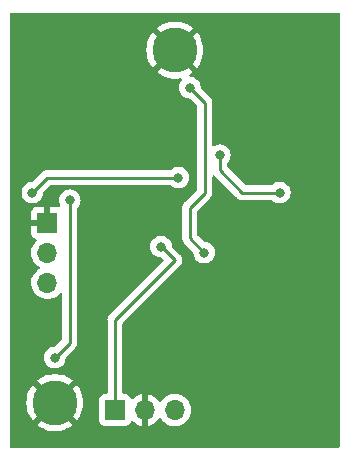
<source format=gbr>
%TF.GenerationSoftware,KiCad,Pcbnew,(6.0.7-1)-1*%
%TF.CreationDate,2023-04-05T16:12:29-04:00*%
%TF.ProjectId,Seth'sEMG,53657468-2773-4454-9d47-2e6b69636164,rev?*%
%TF.SameCoordinates,Original*%
%TF.FileFunction,Copper,L2,Bot*%
%TF.FilePolarity,Positive*%
%FSLAX46Y46*%
G04 Gerber Fmt 4.6, Leading zero omitted, Abs format (unit mm)*
G04 Created by KiCad (PCBNEW (6.0.7-1)-1) date 2023-04-05 16:12:29*
%MOMM*%
%LPD*%
G01*
G04 APERTURE LIST*
%TA.AperFunction,ComponentPad*%
%ADD10R,1.700000X1.700000*%
%TD*%
%TA.AperFunction,ComponentPad*%
%ADD11O,1.700000X1.700000*%
%TD*%
%TA.AperFunction,ComponentPad*%
%ADD12C,3.800000*%
%TD*%
%TA.AperFunction,ViaPad*%
%ADD13C,0.800000*%
%TD*%
%TA.AperFunction,Conductor*%
%ADD14C,0.250000*%
%TD*%
G04 APERTURE END LIST*
D10*
%TO.P,J3,1*%
%TO.N,+5V*%
X151145000Y-123825000D03*
D11*
%TO.P,J3,2*%
%TO.N,GND*%
X153685000Y-123825000D03*
%TO.P,J3,3*%
%TO.N,Net-(C9-Pad1)*%
X156225000Y-123825000D03*
%TD*%
D12*
%TO.P,J5,1,1*%
%TO.N,GND*%
X156210000Y-93345000D03*
%TD*%
D10*
%TO.P,J1,1*%
%TO.N,GND*%
X145415000Y-107965000D03*
D11*
%TO.P,J1,2*%
%TO.N,Net-(J1-Pad2)*%
X145415000Y-110505000D03*
%TO.P,J1,3*%
%TO.N,Net-(J1-Pad3)*%
X145415000Y-113045000D03*
%TD*%
D12*
%TO.P,J6,1,1*%
%TO.N,GND*%
X146050000Y-123190000D03*
%TD*%
D13*
%TO.N,Net-(C1-Pad2)*%
X146050000Y-119380000D03*
X147320000Y-106045000D03*
%TO.N,Net-(C4-Pad2)*%
X160020000Y-102235000D03*
X165100000Y-105410000D03*
X156502000Y-104140000D03*
X144145000Y-105410000D03*
%TO.N,+5V*%
X155039702Y-109992591D03*
%TO.N,-5V*%
X158690000Y-110490000D03*
X157480000Y-96520000D03*
%TD*%
D14*
%TO.N,Net-(C1-Pad2)*%
X146050000Y-119380000D02*
X147320000Y-118110000D01*
X147320000Y-118110000D02*
X147320000Y-106045000D01*
%TO.N,Net-(C4-Pad2)*%
X165100000Y-105410000D02*
X161925000Y-105410000D01*
X161925000Y-105410000D02*
X160020000Y-103505000D01*
X156210000Y-104140000D02*
X156502000Y-104140000D01*
X160020000Y-103505000D02*
X160020000Y-102235000D01*
X144145000Y-105410000D02*
X145415000Y-104140000D01*
X145415000Y-104140000D02*
X156210000Y-104140000D01*
%TO.N,+5V*%
X151145000Y-123825000D02*
X151145000Y-116190000D01*
X156210000Y-111125000D02*
X155039702Y-109954702D01*
X151145000Y-116190000D02*
X156210000Y-111125000D01*
X155039702Y-109954702D02*
X155039702Y-109992591D01*
%TO.N,-5V*%
X158750000Y-105410000D02*
X158750000Y-97790000D01*
X157480000Y-106680000D02*
X158750000Y-105410000D01*
X157480000Y-109280000D02*
X158690000Y-110490000D01*
X157480000Y-109280000D02*
X157480000Y-106680000D01*
X158750000Y-97790000D02*
X157480000Y-96520000D01*
%TD*%
%TA.AperFunction,Conductor*%
%TO.N,GND*%
G36*
X170122121Y-90190002D02*
G01*
X170168614Y-90243658D01*
X170180000Y-90296000D01*
X170180000Y-126874000D01*
X170159998Y-126942121D01*
X170106342Y-126988614D01*
X170054000Y-127000000D01*
X142366000Y-127000000D01*
X142297879Y-126979998D01*
X142251386Y-126926342D01*
X142240000Y-126874000D01*
X142240000Y-125064394D01*
X144540314Y-125064394D01*
X144549143Y-125076014D01*
X144753970Y-125224830D01*
X144760650Y-125229070D01*
X145019234Y-125371228D01*
X145026369Y-125374585D01*
X145300746Y-125483219D01*
X145308237Y-125485653D01*
X145594059Y-125559039D01*
X145601830Y-125560521D01*
X145894570Y-125597503D01*
X145902460Y-125598000D01*
X146197540Y-125598000D01*
X146205430Y-125597503D01*
X146498170Y-125560521D01*
X146505941Y-125559039D01*
X146791763Y-125485653D01*
X146799254Y-125483219D01*
X147073631Y-125374585D01*
X147080766Y-125371228D01*
X147339350Y-125229070D01*
X147346030Y-125224830D01*
X147551230Y-125075744D01*
X147559653Y-125064821D01*
X147552749Y-125051960D01*
X147223923Y-124723134D01*
X149786500Y-124723134D01*
X149793255Y-124785316D01*
X149844385Y-124921705D01*
X149931739Y-125038261D01*
X150048295Y-125125615D01*
X150184684Y-125176745D01*
X150246866Y-125183500D01*
X152043134Y-125183500D01*
X152105316Y-125176745D01*
X152241705Y-125125615D01*
X152358261Y-125038261D01*
X152445615Y-124921705D01*
X152489798Y-124803848D01*
X152532440Y-124747084D01*
X152599001Y-124722384D01*
X152668350Y-124737592D01*
X152703017Y-124765580D01*
X152728218Y-124794673D01*
X152735580Y-124801883D01*
X152899434Y-124937916D01*
X152907881Y-124943831D01*
X153091756Y-125051279D01*
X153101042Y-125055729D01*
X153300001Y-125131703D01*
X153309899Y-125134579D01*
X153413250Y-125155606D01*
X153427299Y-125154410D01*
X153431000Y-125144065D01*
X153431000Y-125143517D01*
X153939000Y-125143517D01*
X153943064Y-125157359D01*
X153956478Y-125159393D01*
X153963184Y-125158534D01*
X153973262Y-125156392D01*
X154177255Y-125095191D01*
X154186842Y-125091433D01*
X154378095Y-124997739D01*
X154386945Y-124992464D01*
X154560328Y-124868792D01*
X154568200Y-124862139D01*
X154719052Y-124711812D01*
X154725730Y-124703965D01*
X154853022Y-124526819D01*
X154854279Y-124527722D01*
X154901373Y-124484362D01*
X154971311Y-124472145D01*
X155036751Y-124499678D01*
X155064579Y-124531511D01*
X155124987Y-124630088D01*
X155271250Y-124798938D01*
X155443126Y-124941632D01*
X155636000Y-125054338D01*
X155640825Y-125056180D01*
X155640826Y-125056181D01*
X155692764Y-125076014D01*
X155844692Y-125134030D01*
X155849760Y-125135061D01*
X155849763Y-125135062D01*
X155944862Y-125154410D01*
X156063597Y-125178567D01*
X156068772Y-125178757D01*
X156068774Y-125178757D01*
X156281673Y-125186564D01*
X156281677Y-125186564D01*
X156286837Y-125186753D01*
X156291957Y-125186097D01*
X156291959Y-125186097D01*
X156503288Y-125159025D01*
X156503289Y-125159025D01*
X156508416Y-125158368D01*
X156513366Y-125156883D01*
X156717429Y-125095661D01*
X156717434Y-125095659D01*
X156722384Y-125094174D01*
X156922994Y-124995896D01*
X157104860Y-124866173D01*
X157263096Y-124708489D01*
X157275691Y-124690962D01*
X157390435Y-124531277D01*
X157393453Y-124527077D01*
X157406995Y-124499678D01*
X157490136Y-124331453D01*
X157490137Y-124331451D01*
X157492430Y-124326811D01*
X157557370Y-124113069D01*
X157586529Y-123891590D01*
X157588156Y-123825000D01*
X157569852Y-123602361D01*
X157515431Y-123385702D01*
X157426354Y-123180840D01*
X157305014Y-122993277D01*
X157154670Y-122828051D01*
X157150619Y-122824852D01*
X157150615Y-122824848D01*
X156983414Y-122692800D01*
X156983410Y-122692798D01*
X156979359Y-122689598D01*
X156943028Y-122669542D01*
X156927136Y-122660769D01*
X156783789Y-122581638D01*
X156778920Y-122579914D01*
X156778916Y-122579912D01*
X156578087Y-122508795D01*
X156578083Y-122508794D01*
X156573212Y-122507069D01*
X156568119Y-122506162D01*
X156568116Y-122506161D01*
X156358373Y-122468800D01*
X156358367Y-122468799D01*
X156353284Y-122467894D01*
X156279452Y-122466992D01*
X156135081Y-122465228D01*
X156135079Y-122465228D01*
X156129911Y-122465165D01*
X155909091Y-122498955D01*
X155696756Y-122568357D01*
X155498607Y-122671507D01*
X155494474Y-122674610D01*
X155494471Y-122674612D01*
X155324100Y-122802530D01*
X155319965Y-122805635D01*
X155165629Y-122967138D01*
X155162715Y-122971410D01*
X155162714Y-122971411D01*
X155057898Y-123125066D01*
X155002987Y-123170069D01*
X154932462Y-123178240D01*
X154868715Y-123146986D01*
X154848018Y-123122502D01*
X154767426Y-122997926D01*
X154761136Y-122989757D01*
X154617806Y-122832240D01*
X154610273Y-122825215D01*
X154443139Y-122693222D01*
X154434552Y-122687517D01*
X154248117Y-122584599D01*
X154238705Y-122580369D01*
X154037959Y-122509280D01*
X154027988Y-122506646D01*
X153956837Y-122493972D01*
X153943540Y-122495432D01*
X153939000Y-122509989D01*
X153939000Y-125143517D01*
X153431000Y-125143517D01*
X153431000Y-122508102D01*
X153427082Y-122494758D01*
X153412806Y-122492771D01*
X153374324Y-122498660D01*
X153364288Y-122501051D01*
X153161868Y-122567212D01*
X153152359Y-122571209D01*
X152963463Y-122669542D01*
X152954738Y-122675036D01*
X152784433Y-122802905D01*
X152776726Y-122809748D01*
X152699478Y-122890584D01*
X152637954Y-122926014D01*
X152567042Y-122922557D01*
X152509255Y-122881311D01*
X152490402Y-122847763D01*
X152448767Y-122736703D01*
X152445615Y-122728295D01*
X152358261Y-122611739D01*
X152241705Y-122524385D01*
X152105316Y-122473255D01*
X152043134Y-122466500D01*
X151904500Y-122466500D01*
X151836379Y-122446498D01*
X151789886Y-122392842D01*
X151778500Y-122340500D01*
X151778500Y-116504594D01*
X151798502Y-116436473D01*
X151815405Y-116415499D01*
X156607182Y-111623722D01*
X156625453Y-111608606D01*
X156625710Y-111608431D01*
X156632271Y-111603972D01*
X156669418Y-111561837D01*
X156674837Y-111556067D01*
X156686135Y-111544769D01*
X156688571Y-111541629D01*
X156695938Y-111532133D01*
X156700979Y-111526039D01*
X156732878Y-111489856D01*
X156732878Y-111489855D01*
X156738120Y-111483910D01*
X156741720Y-111476845D01*
X156741860Y-111476571D01*
X156754566Y-111456550D01*
X156754752Y-111456310D01*
X156754754Y-111456306D01*
X156759614Y-111450041D01*
X156781923Y-111398489D01*
X156785278Y-111391358D01*
X156810785Y-111341296D01*
X156812583Y-111333251D01*
X156819909Y-111310706D01*
X156820032Y-111310421D01*
X156823181Y-111303145D01*
X156831967Y-111247674D01*
X156833451Y-111239899D01*
X156843971Y-111192834D01*
X156845702Y-111185091D01*
X156845443Y-111176856D01*
X156846933Y-111153185D01*
X156846980Y-111152889D01*
X156846980Y-111152886D01*
X156848220Y-111145057D01*
X156846324Y-111125000D01*
X156842935Y-111089143D01*
X156842438Y-111081246D01*
X156840922Y-111033036D01*
X156840673Y-111025110D01*
X156838375Y-111017201D01*
X156833932Y-110993907D01*
X156833903Y-110993598D01*
X156833903Y-110993597D01*
X156833157Y-110985708D01*
X156814128Y-110932852D01*
X156811688Y-110925342D01*
X156798229Y-110879016D01*
X156798228Y-110879014D01*
X156796018Y-110871407D01*
X156791826Y-110864318D01*
X156781731Y-110842864D01*
X156781627Y-110842575D01*
X156781624Y-110842570D01*
X156778939Y-110835111D01*
X156747364Y-110788649D01*
X156743124Y-110781967D01*
X156741859Y-110779828D01*
X156714542Y-110733637D01*
X156708720Y-110727815D01*
X156693604Y-110709545D01*
X156693425Y-110709282D01*
X156688972Y-110702729D01*
X156683031Y-110697491D01*
X156683029Y-110697489D01*
X156646834Y-110665579D01*
X156641065Y-110660160D01*
X155982374Y-110001469D01*
X155948348Y-109939157D01*
X155946159Y-109925544D01*
X155933934Y-109809226D01*
X155933934Y-109809224D01*
X155933244Y-109802663D01*
X155874229Y-109621035D01*
X155778742Y-109455647D01*
X155707698Y-109376744D01*
X155655377Y-109318636D01*
X155655376Y-109318635D01*
X155650955Y-109313725D01*
X155551859Y-109241727D01*
X155501796Y-109205354D01*
X155501795Y-109205353D01*
X155496454Y-109201473D01*
X155490426Y-109198789D01*
X155490424Y-109198788D01*
X155328021Y-109126482D01*
X155328020Y-109126482D01*
X155321990Y-109123797D01*
X155228590Y-109103944D01*
X155141646Y-109085463D01*
X155141641Y-109085463D01*
X155135189Y-109084091D01*
X154944215Y-109084091D01*
X154937763Y-109085463D01*
X154937758Y-109085463D01*
X154850815Y-109103944D01*
X154757414Y-109123797D01*
X154751384Y-109126482D01*
X154751383Y-109126482D01*
X154588980Y-109198788D01*
X154588978Y-109198789D01*
X154582950Y-109201473D01*
X154577609Y-109205353D01*
X154577608Y-109205354D01*
X154527545Y-109241727D01*
X154428449Y-109313725D01*
X154424028Y-109318635D01*
X154424027Y-109318636D01*
X154371707Y-109376744D01*
X154300662Y-109455647D01*
X154205175Y-109621035D01*
X154146160Y-109802663D01*
X154145470Y-109809224D01*
X154145470Y-109809226D01*
X154143560Y-109827401D01*
X154126198Y-109992591D01*
X154126888Y-109999156D01*
X154139426Y-110118444D01*
X154146160Y-110182519D01*
X154205175Y-110364147D01*
X154300662Y-110529535D01*
X154428449Y-110671457D01*
X154582950Y-110783709D01*
X154588978Y-110786393D01*
X154588980Y-110786394D01*
X154751383Y-110858700D01*
X154757414Y-110861385D01*
X154840361Y-110879016D01*
X154937758Y-110899719D01*
X154937763Y-110899719D01*
X154944215Y-110901091D01*
X155037997Y-110901091D01*
X155106118Y-110921093D01*
X155127092Y-110937996D01*
X155225001Y-111035905D01*
X155259027Y-111098217D01*
X155253962Y-111169032D01*
X155225001Y-111214095D01*
X152986456Y-113452639D01*
X150752747Y-115686348D01*
X150744461Y-115693888D01*
X150737982Y-115698000D01*
X150732557Y-115703777D01*
X150691357Y-115747651D01*
X150688602Y-115750493D01*
X150668865Y-115770230D01*
X150666385Y-115773427D01*
X150658682Y-115782447D01*
X150628414Y-115814679D01*
X150624595Y-115821625D01*
X150624593Y-115821628D01*
X150618652Y-115832434D01*
X150607801Y-115848953D01*
X150595386Y-115864959D01*
X150592241Y-115872228D01*
X150592238Y-115872232D01*
X150577826Y-115905537D01*
X150572609Y-115916187D01*
X150551305Y-115954940D01*
X150549334Y-115962615D01*
X150549334Y-115962616D01*
X150546267Y-115974562D01*
X150539863Y-115993266D01*
X150531819Y-116011855D01*
X150530580Y-116019678D01*
X150530577Y-116019688D01*
X150524901Y-116055524D01*
X150522495Y-116067144D01*
X150511500Y-116109970D01*
X150511500Y-116130224D01*
X150509949Y-116149934D01*
X150506780Y-116169943D01*
X150507526Y-116177835D01*
X150510941Y-116213961D01*
X150511500Y-116225819D01*
X150511500Y-122340500D01*
X150491498Y-122408621D01*
X150437842Y-122455114D01*
X150385500Y-122466500D01*
X150246866Y-122466500D01*
X150184684Y-122473255D01*
X150048295Y-122524385D01*
X149931739Y-122611739D01*
X149844385Y-122728295D01*
X149793255Y-122864684D01*
X149786500Y-122926866D01*
X149786500Y-124723134D01*
X147223923Y-124723134D01*
X146062810Y-123562020D01*
X146048869Y-123554408D01*
X146047034Y-123554539D01*
X146040420Y-123558790D01*
X144546927Y-125052284D01*
X144540314Y-125064394D01*
X142240000Y-125064394D01*
X142240000Y-123193958D01*
X143637488Y-123193958D01*
X143656015Y-123488436D01*
X143657008Y-123496297D01*
X143712296Y-123786128D01*
X143714267Y-123793805D01*
X143805446Y-124074424D01*
X143808361Y-124081787D01*
X143933993Y-124348770D01*
X143937805Y-124355703D01*
X144095909Y-124604835D01*
X144100563Y-124611241D01*
X144165521Y-124689761D01*
X144178040Y-124698217D01*
X144188778Y-124692011D01*
X145677980Y-123202810D01*
X145684357Y-123191131D01*
X146414408Y-123191131D01*
X146414539Y-123192966D01*
X146418790Y-123199580D01*
X147910119Y-124690908D01*
X147923381Y-124698150D01*
X147933485Y-124690962D01*
X147999437Y-124611241D01*
X148004091Y-124604835D01*
X148162195Y-124355703D01*
X148166007Y-124348770D01*
X148291639Y-124081787D01*
X148294554Y-124074424D01*
X148385733Y-123793805D01*
X148387704Y-123786128D01*
X148442992Y-123496297D01*
X148443985Y-123488436D01*
X148462512Y-123193958D01*
X148462512Y-123186042D01*
X148443985Y-122891564D01*
X148442992Y-122883703D01*
X148387704Y-122593872D01*
X148385733Y-122586195D01*
X148294554Y-122305576D01*
X148291639Y-122298213D01*
X148166007Y-122031230D01*
X148162195Y-122024297D01*
X148004091Y-121775165D01*
X147999437Y-121768759D01*
X147934479Y-121690239D01*
X147921960Y-121681783D01*
X147911222Y-121687989D01*
X146422020Y-123177190D01*
X146414408Y-123191131D01*
X145684357Y-123191131D01*
X145685592Y-123188869D01*
X145685461Y-123187034D01*
X145681210Y-123180420D01*
X144189881Y-121689092D01*
X144176619Y-121681850D01*
X144166515Y-121689038D01*
X144100563Y-121768759D01*
X144095909Y-121775165D01*
X143937805Y-122024297D01*
X143933993Y-122031230D01*
X143808361Y-122298213D01*
X143805446Y-122305576D01*
X143714267Y-122586195D01*
X143712296Y-122593872D01*
X143657008Y-122883703D01*
X143656015Y-122891564D01*
X143637488Y-123186042D01*
X143637488Y-123193958D01*
X142240000Y-123193958D01*
X142240000Y-121315179D01*
X144540347Y-121315179D01*
X144547251Y-121328040D01*
X146037190Y-122817980D01*
X146051131Y-122825592D01*
X146052966Y-122825461D01*
X146059580Y-122821210D01*
X147553073Y-121327716D01*
X147559686Y-121315606D01*
X147550857Y-121303986D01*
X147346030Y-121155170D01*
X147339350Y-121150930D01*
X147080766Y-121008772D01*
X147073631Y-121005415D01*
X146799254Y-120896781D01*
X146791763Y-120894347D01*
X146505941Y-120820961D01*
X146498170Y-120819479D01*
X146205430Y-120782497D01*
X146197540Y-120782000D01*
X145902460Y-120782000D01*
X145894570Y-120782497D01*
X145601830Y-120819479D01*
X145594059Y-120820961D01*
X145308237Y-120894347D01*
X145300746Y-120896781D01*
X145026369Y-121005415D01*
X145019234Y-121008772D01*
X144760650Y-121150930D01*
X144753970Y-121155170D01*
X144548770Y-121304256D01*
X144540347Y-121315179D01*
X142240000Y-121315179D01*
X142240000Y-113011695D01*
X144052251Y-113011695D01*
X144065110Y-113234715D01*
X144066247Y-113239761D01*
X144066248Y-113239767D01*
X144090304Y-113346508D01*
X144114222Y-113452639D01*
X144198266Y-113659616D01*
X144314987Y-113850088D01*
X144461250Y-114018938D01*
X144633126Y-114161632D01*
X144826000Y-114274338D01*
X145034692Y-114354030D01*
X145039760Y-114355061D01*
X145039763Y-114355062D01*
X145147017Y-114376883D01*
X145253597Y-114398567D01*
X145258772Y-114398757D01*
X145258774Y-114398757D01*
X145471673Y-114406564D01*
X145471677Y-114406564D01*
X145476837Y-114406753D01*
X145481957Y-114406097D01*
X145481959Y-114406097D01*
X145693288Y-114379025D01*
X145693289Y-114379025D01*
X145698416Y-114378368D01*
X145703366Y-114376883D01*
X145907429Y-114315661D01*
X145907434Y-114315659D01*
X145912384Y-114314174D01*
X146112994Y-114215896D01*
X146294860Y-114086173D01*
X146453096Y-113928489D01*
X146458177Y-113921418D01*
X146459308Y-113920536D01*
X146459465Y-113920352D01*
X146459503Y-113920384D01*
X146514172Y-113877770D01*
X146584875Y-113871324D01*
X146647840Y-113904127D01*
X146683074Y-113965763D01*
X146686500Y-113994944D01*
X146686500Y-117795405D01*
X146666498Y-117863526D01*
X146649595Y-117884500D01*
X146099500Y-118434595D01*
X146037188Y-118468621D01*
X146010405Y-118471500D01*
X145954513Y-118471500D01*
X145948061Y-118472872D01*
X145948056Y-118472872D01*
X145862298Y-118491101D01*
X145767712Y-118511206D01*
X145761682Y-118513891D01*
X145761681Y-118513891D01*
X145599278Y-118586197D01*
X145599276Y-118586198D01*
X145593248Y-118588882D01*
X145587907Y-118592762D01*
X145587906Y-118592763D01*
X145570144Y-118605668D01*
X145438747Y-118701134D01*
X145310960Y-118843056D01*
X145215473Y-119008444D01*
X145156458Y-119190072D01*
X145136496Y-119380000D01*
X145156458Y-119569928D01*
X145215473Y-119751556D01*
X145310960Y-119916944D01*
X145438747Y-120058866D01*
X145593248Y-120171118D01*
X145599276Y-120173802D01*
X145599278Y-120173803D01*
X145761681Y-120246109D01*
X145767712Y-120248794D01*
X145861112Y-120268647D01*
X145948056Y-120287128D01*
X145948061Y-120287128D01*
X145954513Y-120288500D01*
X146145487Y-120288500D01*
X146151939Y-120287128D01*
X146151944Y-120287128D01*
X146238888Y-120268647D01*
X146332288Y-120248794D01*
X146338319Y-120246109D01*
X146500722Y-120173803D01*
X146500724Y-120173802D01*
X146506752Y-120171118D01*
X146661253Y-120058866D01*
X146789040Y-119916944D01*
X146884527Y-119751556D01*
X146943542Y-119569928D01*
X146960907Y-119404706D01*
X146987920Y-119339050D01*
X146997122Y-119328782D01*
X147712247Y-118613657D01*
X147720537Y-118606113D01*
X147727018Y-118602000D01*
X147773659Y-118552332D01*
X147776413Y-118549491D01*
X147796134Y-118529770D01*
X147798612Y-118526575D01*
X147806318Y-118517553D01*
X147831158Y-118491101D01*
X147836586Y-118485321D01*
X147846346Y-118467568D01*
X147857199Y-118451045D01*
X147864753Y-118441306D01*
X147869613Y-118435041D01*
X147887176Y-118394457D01*
X147892383Y-118383827D01*
X147913695Y-118345060D01*
X147915666Y-118337383D01*
X147915668Y-118337378D01*
X147918732Y-118325442D01*
X147925138Y-118306730D01*
X147930033Y-118295419D01*
X147933181Y-118288145D01*
X147934421Y-118280317D01*
X147934423Y-118280310D01*
X147940099Y-118244476D01*
X147942505Y-118232856D01*
X147951528Y-118197711D01*
X147951528Y-118197710D01*
X147953500Y-118190030D01*
X147953500Y-118169776D01*
X147955051Y-118150065D01*
X147956980Y-118137886D01*
X147958220Y-118130057D01*
X147954059Y-118086038D01*
X147953500Y-118074181D01*
X147953500Y-106747524D01*
X147973502Y-106679403D01*
X147985858Y-106663221D01*
X148059040Y-106581944D01*
X148133708Y-106452616D01*
X148151223Y-106422279D01*
X148151224Y-106422278D01*
X148154527Y-106416556D01*
X148213542Y-106234928D01*
X148216814Y-106203803D01*
X148232814Y-106051565D01*
X148233504Y-106045000D01*
X148220488Y-105921159D01*
X148214232Y-105861635D01*
X148214232Y-105861633D01*
X148213542Y-105855072D01*
X148154527Y-105673444D01*
X148138140Y-105645060D01*
X148062341Y-105513774D01*
X148059040Y-105508056D01*
X148049726Y-105497711D01*
X147935675Y-105371045D01*
X147935674Y-105371044D01*
X147931253Y-105366134D01*
X147776752Y-105253882D01*
X147770724Y-105251198D01*
X147770722Y-105251197D01*
X147608319Y-105178891D01*
X147608318Y-105178891D01*
X147602288Y-105176206D01*
X147508887Y-105156353D01*
X147421944Y-105137872D01*
X147421939Y-105137872D01*
X147415487Y-105136500D01*
X147224513Y-105136500D01*
X147218061Y-105137872D01*
X147218056Y-105137872D01*
X147131113Y-105156353D01*
X147037712Y-105176206D01*
X147031682Y-105178891D01*
X147031681Y-105178891D01*
X146869278Y-105251197D01*
X146869276Y-105251198D01*
X146863248Y-105253882D01*
X146708747Y-105366134D01*
X146704326Y-105371044D01*
X146704325Y-105371045D01*
X146590275Y-105497711D01*
X146580960Y-105508056D01*
X146577659Y-105513774D01*
X146501861Y-105645060D01*
X146485473Y-105673444D01*
X146426458Y-105855072D01*
X146425768Y-105861633D01*
X146425768Y-105861635D01*
X146419512Y-105921159D01*
X146406496Y-106045000D01*
X146407186Y-106051565D01*
X146423187Y-106203803D01*
X146426458Y-106234928D01*
X146485473Y-106416556D01*
X146490140Y-106424639D01*
X146490514Y-106426179D01*
X146491461Y-106428307D01*
X146491072Y-106428480D01*
X146506877Y-106493635D01*
X146483656Y-106560727D01*
X146427848Y-106604613D01*
X146367413Y-106612901D01*
X146316488Y-106607369D01*
X146309672Y-106607000D01*
X145687115Y-106607000D01*
X145671876Y-106611475D01*
X145670671Y-106612865D01*
X145669000Y-106620548D01*
X145669000Y-108093000D01*
X145648998Y-108161121D01*
X145595342Y-108207614D01*
X145543000Y-108219000D01*
X144075116Y-108219000D01*
X144059877Y-108223475D01*
X144058672Y-108224865D01*
X144057001Y-108232548D01*
X144057001Y-108859669D01*
X144057371Y-108866490D01*
X144062895Y-108917352D01*
X144066521Y-108932604D01*
X144111676Y-109053054D01*
X144120214Y-109068649D01*
X144196715Y-109170724D01*
X144209276Y-109183285D01*
X144311351Y-109259786D01*
X144326946Y-109268324D01*
X144435827Y-109309142D01*
X144492591Y-109351784D01*
X144517291Y-109418345D01*
X144502083Y-109487694D01*
X144482691Y-109514175D01*
X144359200Y-109643401D01*
X144355629Y-109647138D01*
X144352715Y-109651410D01*
X144352714Y-109651411D01*
X144338233Y-109672640D01*
X144229743Y-109831680D01*
X144186173Y-109925544D01*
X144141324Y-110022164D01*
X144135688Y-110034305D01*
X144075989Y-110249570D01*
X144052251Y-110471695D01*
X144065110Y-110694715D01*
X144066247Y-110699761D01*
X144066248Y-110699767D01*
X144075419Y-110740461D01*
X144114222Y-110912639D01*
X144198266Y-111119616D01*
X144233533Y-111177167D01*
X144298880Y-111283803D01*
X144314987Y-111310088D01*
X144461250Y-111478938D01*
X144633126Y-111621632D01*
X144703595Y-111662811D01*
X144706445Y-111664476D01*
X144755169Y-111716114D01*
X144768240Y-111785897D01*
X144741509Y-111851669D01*
X144701055Y-111885027D01*
X144688607Y-111891507D01*
X144684474Y-111894610D01*
X144684471Y-111894612D01*
X144660247Y-111912800D01*
X144509965Y-112025635D01*
X144444346Y-112094301D01*
X144359750Y-112182826D01*
X144355629Y-112187138D01*
X144229743Y-112371680D01*
X144182716Y-112472992D01*
X144141324Y-112562164D01*
X144135688Y-112574305D01*
X144075989Y-112789570D01*
X144052251Y-113011695D01*
X142240000Y-113011695D01*
X142240000Y-107692885D01*
X144057000Y-107692885D01*
X144061475Y-107708124D01*
X144062865Y-107709329D01*
X144070548Y-107711000D01*
X145142885Y-107711000D01*
X145158124Y-107706525D01*
X145159329Y-107705135D01*
X145161000Y-107697452D01*
X145161000Y-106625116D01*
X145156525Y-106609877D01*
X145155135Y-106608672D01*
X145147452Y-106607001D01*
X144520331Y-106607001D01*
X144513510Y-106607371D01*
X144462648Y-106612895D01*
X144447396Y-106616521D01*
X144326946Y-106661676D01*
X144311351Y-106670214D01*
X144209276Y-106746715D01*
X144196715Y-106759276D01*
X144120214Y-106861351D01*
X144111676Y-106876946D01*
X144066522Y-106997394D01*
X144062895Y-107012649D01*
X144057369Y-107063514D01*
X144057000Y-107070328D01*
X144057000Y-107692885D01*
X142240000Y-107692885D01*
X142240000Y-105410000D01*
X143231496Y-105410000D01*
X143232186Y-105416565D01*
X143250220Y-105588145D01*
X143251458Y-105599928D01*
X143310473Y-105781556D01*
X143405960Y-105946944D01*
X143410378Y-105951851D01*
X143410379Y-105951852D01*
X143497149Y-106048220D01*
X143533747Y-106088866D01*
X143632843Y-106160864D01*
X143670193Y-106188000D01*
X143688248Y-106201118D01*
X143694276Y-106203802D01*
X143694278Y-106203803D01*
X143856681Y-106276109D01*
X143862712Y-106278794D01*
X143956112Y-106298647D01*
X144043056Y-106317128D01*
X144043061Y-106317128D01*
X144049513Y-106318500D01*
X144240487Y-106318500D01*
X144246939Y-106317128D01*
X144246944Y-106317128D01*
X144333887Y-106298647D01*
X144427288Y-106278794D01*
X144433319Y-106276109D01*
X144595722Y-106203803D01*
X144595724Y-106203802D01*
X144601752Y-106201118D01*
X144619808Y-106188000D01*
X144657157Y-106160864D01*
X144756253Y-106088866D01*
X144792851Y-106048220D01*
X144879621Y-105951852D01*
X144879622Y-105951851D01*
X144884040Y-105946944D01*
X144979527Y-105781556D01*
X145038542Y-105599928D01*
X145039781Y-105588145D01*
X145055907Y-105434707D01*
X145082920Y-105369050D01*
X145092122Y-105358782D01*
X145640499Y-104810405D01*
X145702811Y-104776379D01*
X145729594Y-104773500D01*
X155793800Y-104773500D01*
X155861921Y-104793502D01*
X155881147Y-104809843D01*
X155881420Y-104809540D01*
X155886332Y-104813963D01*
X155890747Y-104818866D01*
X155912329Y-104834546D01*
X155958578Y-104868148D01*
X156045248Y-104931118D01*
X156051276Y-104933802D01*
X156051278Y-104933803D01*
X156213681Y-105006109D01*
X156219712Y-105008794D01*
X156313113Y-105028647D01*
X156400056Y-105047128D01*
X156400061Y-105047128D01*
X156406513Y-105048500D01*
X156597487Y-105048500D01*
X156603939Y-105047128D01*
X156603944Y-105047128D01*
X156690888Y-105028647D01*
X156784288Y-105008794D01*
X156790319Y-105006109D01*
X156952722Y-104933803D01*
X156952724Y-104933802D01*
X156958752Y-104931118D01*
X157113253Y-104818866D01*
X157136091Y-104793502D01*
X157236621Y-104681852D01*
X157236622Y-104681851D01*
X157241040Y-104676944D01*
X157336527Y-104511556D01*
X157395542Y-104329928D01*
X157415504Y-104140000D01*
X157395542Y-103950072D01*
X157336527Y-103768444D01*
X157241040Y-103603056D01*
X157224881Y-103585109D01*
X157117675Y-103466045D01*
X157117674Y-103466044D01*
X157113253Y-103461134D01*
X156958752Y-103348882D01*
X156952724Y-103346198D01*
X156952722Y-103346197D01*
X156790319Y-103273891D01*
X156790318Y-103273891D01*
X156784288Y-103271206D01*
X156690887Y-103251353D01*
X156603944Y-103232872D01*
X156603939Y-103232872D01*
X156597487Y-103231500D01*
X156406513Y-103231500D01*
X156400061Y-103232872D01*
X156400056Y-103232872D01*
X156313113Y-103251353D01*
X156219712Y-103271206D01*
X156213682Y-103273891D01*
X156213681Y-103273891D01*
X156051278Y-103346197D01*
X156051276Y-103346198D01*
X156045248Y-103348882D01*
X155890747Y-103461134D01*
X155886332Y-103466037D01*
X155881420Y-103470460D01*
X155880295Y-103469211D01*
X155826986Y-103502051D01*
X155793800Y-103506500D01*
X145493767Y-103506500D01*
X145482584Y-103505973D01*
X145475091Y-103504298D01*
X145467165Y-103504547D01*
X145467164Y-103504547D01*
X145407014Y-103506438D01*
X145403055Y-103506500D01*
X145375144Y-103506500D01*
X145371210Y-103506997D01*
X145371209Y-103506997D01*
X145371144Y-103507005D01*
X145359307Y-103507938D01*
X145327490Y-103508938D01*
X145323029Y-103509078D01*
X145315110Y-103509327D01*
X145297454Y-103514456D01*
X145295658Y-103514978D01*
X145276306Y-103518986D01*
X145269235Y-103519880D01*
X145256203Y-103521526D01*
X145248834Y-103524443D01*
X145248832Y-103524444D01*
X145215097Y-103537800D01*
X145203869Y-103541645D01*
X145161407Y-103553982D01*
X145154585Y-103558016D01*
X145154579Y-103558019D01*
X145143968Y-103564294D01*
X145126218Y-103572990D01*
X145114756Y-103577528D01*
X145114751Y-103577531D01*
X145107383Y-103580448D01*
X145100968Y-103585109D01*
X145071625Y-103606427D01*
X145061707Y-103612943D01*
X145043019Y-103623995D01*
X145023637Y-103635458D01*
X145009313Y-103649782D01*
X144994281Y-103662621D01*
X144977893Y-103674528D01*
X144949712Y-103708593D01*
X144941722Y-103717373D01*
X144194500Y-104464595D01*
X144132188Y-104498621D01*
X144105405Y-104501500D01*
X144049513Y-104501500D01*
X144043061Y-104502872D01*
X144043056Y-104502872D01*
X143975279Y-104517279D01*
X143862712Y-104541206D01*
X143856682Y-104543891D01*
X143856681Y-104543891D01*
X143694278Y-104616197D01*
X143694276Y-104616198D01*
X143688248Y-104618882D01*
X143533747Y-104731134D01*
X143529326Y-104736044D01*
X143529325Y-104736045D01*
X143451257Y-104822749D01*
X143405960Y-104873056D01*
X143310473Y-105038444D01*
X143251458Y-105220072D01*
X143250768Y-105226633D01*
X143250768Y-105226635D01*
X143236879Y-105358782D01*
X143231496Y-105410000D01*
X142240000Y-105410000D01*
X142240000Y-95219394D01*
X154700314Y-95219394D01*
X154709143Y-95231014D01*
X154913970Y-95379830D01*
X154920650Y-95384070D01*
X155179234Y-95526228D01*
X155186369Y-95529585D01*
X155460746Y-95638219D01*
X155468237Y-95640653D01*
X155754059Y-95714039D01*
X155761830Y-95715521D01*
X156054570Y-95752503D01*
X156062460Y-95753000D01*
X156357540Y-95753000D01*
X156365430Y-95752503D01*
X156658170Y-95715521D01*
X156665947Y-95714038D01*
X156674356Y-95711879D01*
X156745311Y-95714311D01*
X156803687Y-95754717D01*
X156830951Y-95820270D01*
X156818447Y-95890157D01*
X156799331Y-95918228D01*
X156740960Y-95983056D01*
X156645473Y-96148444D01*
X156586458Y-96330072D01*
X156566496Y-96520000D01*
X156586458Y-96709928D01*
X156645473Y-96891556D01*
X156740960Y-97056944D01*
X156868747Y-97198866D01*
X157023248Y-97311118D01*
X157029276Y-97313802D01*
X157029278Y-97313803D01*
X157187647Y-97384313D01*
X157197712Y-97388794D01*
X157276105Y-97405457D01*
X157378056Y-97427128D01*
X157378061Y-97427128D01*
X157384513Y-97428500D01*
X157440406Y-97428500D01*
X157508527Y-97448502D01*
X157529501Y-97465405D01*
X158079595Y-98015499D01*
X158113621Y-98077811D01*
X158116500Y-98104594D01*
X158116500Y-105095405D01*
X158096498Y-105163526D01*
X158079595Y-105184500D01*
X157087747Y-106176348D01*
X157079461Y-106183888D01*
X157072982Y-106188000D01*
X157067557Y-106193777D01*
X157026357Y-106237651D01*
X157023602Y-106240493D01*
X157003865Y-106260230D01*
X157001385Y-106263427D01*
X156993682Y-106272447D01*
X156963414Y-106304679D01*
X156959595Y-106311625D01*
X156959593Y-106311628D01*
X156953652Y-106322434D01*
X156942801Y-106338953D01*
X156930386Y-106354959D01*
X156927241Y-106362228D01*
X156927238Y-106362232D01*
X156912826Y-106395537D01*
X156907609Y-106406187D01*
X156886305Y-106444940D01*
X156884334Y-106452615D01*
X156884334Y-106452616D01*
X156881267Y-106464562D01*
X156874863Y-106483266D01*
X156866819Y-106501855D01*
X156865580Y-106509678D01*
X156865577Y-106509688D01*
X156859901Y-106545524D01*
X156857495Y-106557144D01*
X156852596Y-106576226D01*
X156846500Y-106599970D01*
X156846500Y-106620224D01*
X156844949Y-106639934D01*
X156841780Y-106659943D01*
X156842526Y-106667835D01*
X156845941Y-106703961D01*
X156846500Y-106715819D01*
X156846500Y-109201233D01*
X156845973Y-109212416D01*
X156844298Y-109219909D01*
X156844547Y-109227835D01*
X156844547Y-109227836D01*
X156846438Y-109287986D01*
X156846500Y-109291945D01*
X156846500Y-109319856D01*
X156846997Y-109323790D01*
X156846997Y-109323791D01*
X156847005Y-109323856D01*
X156847938Y-109335693D01*
X156849327Y-109379889D01*
X156854978Y-109399339D01*
X156858987Y-109418700D01*
X156861526Y-109438797D01*
X156864445Y-109446168D01*
X156864445Y-109446170D01*
X156877804Y-109479912D01*
X156881649Y-109491142D01*
X156887444Y-109511088D01*
X156893982Y-109533593D01*
X156898015Y-109540412D01*
X156898017Y-109540417D01*
X156904293Y-109551028D01*
X156912988Y-109568776D01*
X156920448Y-109587617D01*
X156925110Y-109594033D01*
X156925110Y-109594034D01*
X156946436Y-109623387D01*
X156952952Y-109633307D01*
X156975458Y-109671362D01*
X156989779Y-109685683D01*
X157002619Y-109700716D01*
X157014528Y-109717107D01*
X157020634Y-109722158D01*
X157048605Y-109745298D01*
X157057384Y-109753288D01*
X157742878Y-110438782D01*
X157776904Y-110501094D01*
X157779093Y-110514707D01*
X157795568Y-110671457D01*
X157796458Y-110679928D01*
X157855473Y-110861556D01*
X157858776Y-110867278D01*
X157858777Y-110867279D01*
X157877506Y-110899719D01*
X157950960Y-111026944D01*
X157955378Y-111031851D01*
X157955379Y-111031852D01*
X158039250Y-111125000D01*
X158078747Y-111168866D01*
X158233248Y-111281118D01*
X158239276Y-111283802D01*
X158239278Y-111283803D01*
X158384281Y-111348362D01*
X158407712Y-111358794D01*
X158501112Y-111378647D01*
X158588056Y-111397128D01*
X158588061Y-111397128D01*
X158594513Y-111398500D01*
X158785487Y-111398500D01*
X158791939Y-111397128D01*
X158791944Y-111397128D01*
X158878888Y-111378647D01*
X158972288Y-111358794D01*
X158995719Y-111348362D01*
X159140722Y-111283803D01*
X159140724Y-111283802D01*
X159146752Y-111281118D01*
X159301253Y-111168866D01*
X159340750Y-111125000D01*
X159424621Y-111031852D01*
X159424622Y-111031851D01*
X159429040Y-111026944D01*
X159502494Y-110899719D01*
X159521223Y-110867279D01*
X159521224Y-110867278D01*
X159524527Y-110861556D01*
X159583542Y-110679928D01*
X159584433Y-110671457D01*
X159602814Y-110496565D01*
X159603504Y-110490000D01*
X159590878Y-110369870D01*
X159584232Y-110306635D01*
X159584232Y-110306633D01*
X159583542Y-110300072D01*
X159524527Y-110118444D01*
X159429040Y-109953056D01*
X159346009Y-109860840D01*
X159305675Y-109816045D01*
X159305674Y-109816044D01*
X159301253Y-109811134D01*
X159178789Y-109722158D01*
X159152094Y-109702763D01*
X159152093Y-109702762D01*
X159146752Y-109698882D01*
X159140724Y-109696198D01*
X159140722Y-109696197D01*
X158978319Y-109623891D01*
X158978318Y-109623891D01*
X158972288Y-109621206D01*
X158844455Y-109594034D01*
X158791944Y-109582872D01*
X158791939Y-109582872D01*
X158785487Y-109581500D01*
X158729595Y-109581500D01*
X158661474Y-109561498D01*
X158640500Y-109544595D01*
X158150405Y-109054500D01*
X158116379Y-108992188D01*
X158113500Y-108965405D01*
X158113500Y-106994594D01*
X158133502Y-106926473D01*
X158150405Y-106905499D01*
X159142247Y-105913657D01*
X159150537Y-105906113D01*
X159157018Y-105902000D01*
X159203659Y-105852332D01*
X159206413Y-105849491D01*
X159226134Y-105829770D01*
X159228612Y-105826575D01*
X159236318Y-105817553D01*
X159261158Y-105791101D01*
X159266586Y-105785321D01*
X159276346Y-105767568D01*
X159287199Y-105751045D01*
X159294753Y-105741306D01*
X159299613Y-105735041D01*
X159317176Y-105694457D01*
X159322383Y-105683827D01*
X159343695Y-105645060D01*
X159345666Y-105637383D01*
X159345668Y-105637378D01*
X159348732Y-105625442D01*
X159355138Y-105606730D01*
X159360033Y-105595419D01*
X159363181Y-105588145D01*
X159364421Y-105580317D01*
X159364423Y-105580310D01*
X159370099Y-105544476D01*
X159372505Y-105532856D01*
X159381528Y-105497711D01*
X159381528Y-105497710D01*
X159383500Y-105490030D01*
X159383500Y-105469776D01*
X159385051Y-105450065D01*
X159386980Y-105437886D01*
X159388220Y-105430057D01*
X159384059Y-105386038D01*
X159383500Y-105374181D01*
X159383500Y-104068594D01*
X159403502Y-104000473D01*
X159457158Y-103953980D01*
X159527432Y-103943876D01*
X159592012Y-103973370D01*
X159598595Y-103979499D01*
X161421348Y-105802253D01*
X161428888Y-105810539D01*
X161433000Y-105817018D01*
X161438777Y-105822443D01*
X161482651Y-105863643D01*
X161485493Y-105866398D01*
X161505230Y-105886135D01*
X161508427Y-105888615D01*
X161517447Y-105896318D01*
X161549679Y-105926586D01*
X161556625Y-105930405D01*
X161556628Y-105930407D01*
X161567434Y-105936348D01*
X161583953Y-105947199D01*
X161599959Y-105959614D01*
X161607228Y-105962759D01*
X161607232Y-105962762D01*
X161640537Y-105977174D01*
X161651187Y-105982391D01*
X161689940Y-106003695D01*
X161697615Y-106005666D01*
X161697616Y-106005666D01*
X161709562Y-106008733D01*
X161728267Y-106015137D01*
X161746855Y-106023181D01*
X161754678Y-106024420D01*
X161754688Y-106024423D01*
X161790524Y-106030099D01*
X161802144Y-106032505D01*
X161825242Y-106038435D01*
X161844970Y-106043500D01*
X161865224Y-106043500D01*
X161884934Y-106045051D01*
X161904943Y-106048220D01*
X161912835Y-106047474D01*
X161948961Y-106044059D01*
X161960819Y-106043500D01*
X164391800Y-106043500D01*
X164459921Y-106063502D01*
X164479147Y-106079843D01*
X164479420Y-106079540D01*
X164484332Y-106083963D01*
X164488747Y-106088866D01*
X164510329Y-106104546D01*
X164625193Y-106188000D01*
X164643248Y-106201118D01*
X164649276Y-106203802D01*
X164649278Y-106203803D01*
X164811681Y-106276109D01*
X164817712Y-106278794D01*
X164911112Y-106298647D01*
X164998056Y-106317128D01*
X164998061Y-106317128D01*
X165004513Y-106318500D01*
X165195487Y-106318500D01*
X165201939Y-106317128D01*
X165201944Y-106317128D01*
X165288887Y-106298647D01*
X165382288Y-106278794D01*
X165388319Y-106276109D01*
X165550722Y-106203803D01*
X165550724Y-106203802D01*
X165556752Y-106201118D01*
X165574808Y-106188000D01*
X165612157Y-106160864D01*
X165711253Y-106088866D01*
X165747851Y-106048220D01*
X165834621Y-105951852D01*
X165834622Y-105951851D01*
X165839040Y-105946944D01*
X165934527Y-105781556D01*
X165993542Y-105599928D01*
X165994781Y-105588145D01*
X166012814Y-105416565D01*
X166013504Y-105410000D01*
X166008121Y-105358782D01*
X165994232Y-105226635D01*
X165994232Y-105226633D01*
X165993542Y-105220072D01*
X165934527Y-105038444D01*
X165839040Y-104873056D01*
X165793744Y-104822749D01*
X165715675Y-104736045D01*
X165715674Y-104736044D01*
X165711253Y-104731134D01*
X165556752Y-104618882D01*
X165550724Y-104616198D01*
X165550722Y-104616197D01*
X165388319Y-104543891D01*
X165388318Y-104543891D01*
X165382288Y-104541206D01*
X165269721Y-104517279D01*
X165201944Y-104502872D01*
X165201939Y-104502872D01*
X165195487Y-104501500D01*
X165004513Y-104501500D01*
X164998061Y-104502872D01*
X164998056Y-104502872D01*
X164930279Y-104517279D01*
X164817712Y-104541206D01*
X164811682Y-104543891D01*
X164811681Y-104543891D01*
X164649278Y-104616197D01*
X164649276Y-104616198D01*
X164643248Y-104618882D01*
X164637907Y-104622762D01*
X164637906Y-104622763D01*
X164510329Y-104715454D01*
X164488747Y-104731134D01*
X164484332Y-104736037D01*
X164479420Y-104740460D01*
X164478295Y-104739211D01*
X164424986Y-104772051D01*
X164391800Y-104776500D01*
X162239594Y-104776500D01*
X162171473Y-104756498D01*
X162150499Y-104739595D01*
X160690405Y-103279500D01*
X160656379Y-103217188D01*
X160653500Y-103190405D01*
X160653500Y-102937524D01*
X160673502Y-102869403D01*
X160685858Y-102853221D01*
X160759040Y-102771944D01*
X160854527Y-102606556D01*
X160913542Y-102424928D01*
X160933504Y-102235000D01*
X160913542Y-102045072D01*
X160854527Y-101863444D01*
X160759040Y-101698056D01*
X160631253Y-101556134D01*
X160476752Y-101443882D01*
X160470724Y-101441198D01*
X160470722Y-101441197D01*
X160308319Y-101368891D01*
X160308318Y-101368891D01*
X160302288Y-101366206D01*
X160208887Y-101346353D01*
X160121944Y-101327872D01*
X160121939Y-101327872D01*
X160115487Y-101326500D01*
X159924513Y-101326500D01*
X159918061Y-101327872D01*
X159918056Y-101327872D01*
X159831113Y-101346353D01*
X159737712Y-101366206D01*
X159731682Y-101368891D01*
X159731681Y-101368891D01*
X159588006Y-101432859D01*
X159563248Y-101443882D01*
X159562323Y-101441804D01*
X159503512Y-101456076D01*
X159436419Y-101432859D01*
X159392528Y-101377055D01*
X159383500Y-101330218D01*
X159383500Y-97868767D01*
X159384027Y-97857584D01*
X159385702Y-97850091D01*
X159383562Y-97782014D01*
X159383500Y-97778055D01*
X159383500Y-97750144D01*
X159382995Y-97746144D01*
X159382062Y-97734301D01*
X159380922Y-97698029D01*
X159380673Y-97690110D01*
X159375022Y-97670658D01*
X159371014Y-97651306D01*
X159369467Y-97639063D01*
X159368474Y-97631203D01*
X159365556Y-97623832D01*
X159352200Y-97590097D01*
X159348355Y-97578870D01*
X159347721Y-97576687D01*
X159336018Y-97536407D01*
X159331984Y-97529585D01*
X159331981Y-97529579D01*
X159325706Y-97518968D01*
X159317010Y-97501218D01*
X159312472Y-97489756D01*
X159312469Y-97489751D01*
X159309552Y-97482383D01*
X159296901Y-97464970D01*
X159283573Y-97446625D01*
X159277057Y-97436707D01*
X159258575Y-97405457D01*
X159254542Y-97398637D01*
X159240218Y-97384313D01*
X159227376Y-97369278D01*
X159215472Y-97352893D01*
X159181406Y-97324711D01*
X159172627Y-97316722D01*
X158427122Y-96571217D01*
X158393096Y-96508905D01*
X158390907Y-96495292D01*
X158374232Y-96336635D01*
X158374232Y-96336633D01*
X158373542Y-96330072D01*
X158314527Y-96148444D01*
X158219040Y-95983056D01*
X158160671Y-95918230D01*
X158095675Y-95846045D01*
X158095674Y-95846044D01*
X158091253Y-95841134D01*
X157972311Y-95754717D01*
X157942094Y-95732763D01*
X157942093Y-95732762D01*
X157936752Y-95728882D01*
X157930724Y-95726198D01*
X157930722Y-95726197D01*
X157768319Y-95653891D01*
X157768318Y-95653891D01*
X157762288Y-95651206D01*
X157668888Y-95631353D01*
X157581944Y-95612872D01*
X157581939Y-95612872D01*
X157575487Y-95611500D01*
X157568885Y-95611500D01*
X157562318Y-95610810D01*
X157562617Y-95607960D01*
X157506551Y-95591498D01*
X157460058Y-95537842D01*
X157449954Y-95467568D01*
X157479448Y-95402988D01*
X157503131Y-95382586D01*
X157502822Y-95382161D01*
X157711230Y-95230744D01*
X157719653Y-95219821D01*
X157712749Y-95206960D01*
X156222810Y-93717020D01*
X156208869Y-93709408D01*
X156207034Y-93709539D01*
X156200420Y-93713790D01*
X154706927Y-95207284D01*
X154700314Y-95219394D01*
X142240000Y-95219394D01*
X142240000Y-93348958D01*
X153797488Y-93348958D01*
X153816015Y-93643436D01*
X153817008Y-93651297D01*
X153872296Y-93941128D01*
X153874267Y-93948805D01*
X153965446Y-94229424D01*
X153968361Y-94236787D01*
X154093993Y-94503770D01*
X154097805Y-94510703D01*
X154255909Y-94759835D01*
X154260563Y-94766241D01*
X154325521Y-94844761D01*
X154338040Y-94853217D01*
X154348778Y-94847011D01*
X155837980Y-93357810D01*
X155844357Y-93346131D01*
X156574408Y-93346131D01*
X156574539Y-93347966D01*
X156578790Y-93354580D01*
X158070119Y-94845908D01*
X158083381Y-94853150D01*
X158093485Y-94845962D01*
X158159437Y-94766241D01*
X158164091Y-94759835D01*
X158322195Y-94510703D01*
X158326007Y-94503770D01*
X158451639Y-94236787D01*
X158454554Y-94229424D01*
X158545733Y-93948805D01*
X158547704Y-93941128D01*
X158602992Y-93651297D01*
X158603985Y-93643436D01*
X158622512Y-93348958D01*
X158622512Y-93341042D01*
X158603985Y-93046564D01*
X158602992Y-93038703D01*
X158547704Y-92748872D01*
X158545733Y-92741195D01*
X158454554Y-92460576D01*
X158451639Y-92453213D01*
X158326007Y-92186230D01*
X158322195Y-92179297D01*
X158164091Y-91930165D01*
X158159437Y-91923759D01*
X158094479Y-91845239D01*
X158081960Y-91836783D01*
X158071222Y-91842989D01*
X156582020Y-93332190D01*
X156574408Y-93346131D01*
X155844357Y-93346131D01*
X155845592Y-93343869D01*
X155845461Y-93342034D01*
X155841210Y-93335420D01*
X154349881Y-91844092D01*
X154336619Y-91836850D01*
X154326515Y-91844038D01*
X154260563Y-91923759D01*
X154255909Y-91930165D01*
X154097805Y-92179297D01*
X154093993Y-92186230D01*
X153968361Y-92453213D01*
X153965446Y-92460576D01*
X153874267Y-92741195D01*
X153872296Y-92748872D01*
X153817008Y-93038703D01*
X153816015Y-93046564D01*
X153797488Y-93341042D01*
X153797488Y-93348958D01*
X142240000Y-93348958D01*
X142240000Y-91470179D01*
X154700347Y-91470179D01*
X154707251Y-91483040D01*
X156197190Y-92972980D01*
X156211131Y-92980592D01*
X156212966Y-92980461D01*
X156219580Y-92976210D01*
X157713073Y-91482716D01*
X157719686Y-91470606D01*
X157710857Y-91458986D01*
X157506030Y-91310170D01*
X157499350Y-91305930D01*
X157240766Y-91163772D01*
X157233631Y-91160415D01*
X156959254Y-91051781D01*
X156951763Y-91049347D01*
X156665941Y-90975961D01*
X156658170Y-90974479D01*
X156365430Y-90937497D01*
X156357540Y-90937000D01*
X156062460Y-90937000D01*
X156054570Y-90937497D01*
X155761830Y-90974479D01*
X155754059Y-90975961D01*
X155468237Y-91049347D01*
X155460746Y-91051781D01*
X155186369Y-91160415D01*
X155179234Y-91163772D01*
X154920650Y-91305930D01*
X154913970Y-91310170D01*
X154708770Y-91459256D01*
X154700347Y-91470179D01*
X142240000Y-91470179D01*
X142240000Y-90296000D01*
X142260002Y-90227879D01*
X142313658Y-90181386D01*
X142366000Y-90170000D01*
X170054000Y-90170000D01*
X170122121Y-90190002D01*
G37*
%TD.AperFunction*%
%TD*%
%TA.AperFunction,Conductor*%
%TO.N,GND*%
G36*
X170122121Y-90190002D02*
G01*
X170168614Y-90243658D01*
X170180000Y-90296000D01*
X170180000Y-126874000D01*
X170159998Y-126942121D01*
X170106342Y-126988614D01*
X170054000Y-127000000D01*
X142366000Y-127000000D01*
X142297879Y-126979998D01*
X142251386Y-126926342D01*
X142240000Y-126874000D01*
X142240000Y-125064394D01*
X144540314Y-125064394D01*
X144549143Y-125076014D01*
X144753970Y-125224830D01*
X144760650Y-125229070D01*
X145019234Y-125371228D01*
X145026369Y-125374585D01*
X145300746Y-125483219D01*
X145308237Y-125485653D01*
X145594059Y-125559039D01*
X145601830Y-125560521D01*
X145894570Y-125597503D01*
X145902460Y-125598000D01*
X146197540Y-125598000D01*
X146205430Y-125597503D01*
X146498170Y-125560521D01*
X146505941Y-125559039D01*
X146791763Y-125485653D01*
X146799254Y-125483219D01*
X147073631Y-125374585D01*
X147080766Y-125371228D01*
X147339350Y-125229070D01*
X147346030Y-125224830D01*
X147551230Y-125075744D01*
X147559653Y-125064821D01*
X147552749Y-125051960D01*
X147223923Y-124723134D01*
X149786500Y-124723134D01*
X149793255Y-124785316D01*
X149844385Y-124921705D01*
X149931739Y-125038261D01*
X150048295Y-125125615D01*
X150184684Y-125176745D01*
X150246866Y-125183500D01*
X152043134Y-125183500D01*
X152105316Y-125176745D01*
X152241705Y-125125615D01*
X152358261Y-125038261D01*
X152445615Y-124921705D01*
X152489798Y-124803848D01*
X152532440Y-124747084D01*
X152599001Y-124722384D01*
X152668350Y-124737592D01*
X152703017Y-124765580D01*
X152728218Y-124794673D01*
X152735580Y-124801883D01*
X152899434Y-124937916D01*
X152907881Y-124943831D01*
X153091756Y-125051279D01*
X153101042Y-125055729D01*
X153300001Y-125131703D01*
X153309899Y-125134579D01*
X153413250Y-125155606D01*
X153427299Y-125154410D01*
X153431000Y-125144065D01*
X153431000Y-125143517D01*
X153939000Y-125143517D01*
X153943064Y-125157359D01*
X153956478Y-125159393D01*
X153963184Y-125158534D01*
X153973262Y-125156392D01*
X154177255Y-125095191D01*
X154186842Y-125091433D01*
X154378095Y-124997739D01*
X154386945Y-124992464D01*
X154560328Y-124868792D01*
X154568200Y-124862139D01*
X154719052Y-124711812D01*
X154725730Y-124703965D01*
X154853022Y-124526819D01*
X154854279Y-124527722D01*
X154901373Y-124484362D01*
X154971311Y-124472145D01*
X155036751Y-124499678D01*
X155064579Y-124531511D01*
X155124987Y-124630088D01*
X155271250Y-124798938D01*
X155443126Y-124941632D01*
X155636000Y-125054338D01*
X155640825Y-125056180D01*
X155640826Y-125056181D01*
X155692764Y-125076014D01*
X155844692Y-125134030D01*
X155849760Y-125135061D01*
X155849763Y-125135062D01*
X155944862Y-125154410D01*
X156063597Y-125178567D01*
X156068772Y-125178757D01*
X156068774Y-125178757D01*
X156281673Y-125186564D01*
X156281677Y-125186564D01*
X156286837Y-125186753D01*
X156291957Y-125186097D01*
X156291959Y-125186097D01*
X156503288Y-125159025D01*
X156503289Y-125159025D01*
X156508416Y-125158368D01*
X156513366Y-125156883D01*
X156717429Y-125095661D01*
X156717434Y-125095659D01*
X156722384Y-125094174D01*
X156922994Y-124995896D01*
X157104860Y-124866173D01*
X157263096Y-124708489D01*
X157275691Y-124690962D01*
X157390435Y-124531277D01*
X157393453Y-124527077D01*
X157406995Y-124499678D01*
X157490136Y-124331453D01*
X157490137Y-124331451D01*
X157492430Y-124326811D01*
X157557370Y-124113069D01*
X157586529Y-123891590D01*
X157588156Y-123825000D01*
X157569852Y-123602361D01*
X157515431Y-123385702D01*
X157426354Y-123180840D01*
X157305014Y-122993277D01*
X157154670Y-122828051D01*
X157150619Y-122824852D01*
X157150615Y-122824848D01*
X156983414Y-122692800D01*
X156983410Y-122692798D01*
X156979359Y-122689598D01*
X156943028Y-122669542D01*
X156927136Y-122660769D01*
X156783789Y-122581638D01*
X156778920Y-122579914D01*
X156778916Y-122579912D01*
X156578087Y-122508795D01*
X156578083Y-122508794D01*
X156573212Y-122507069D01*
X156568119Y-122506162D01*
X156568116Y-122506161D01*
X156358373Y-122468800D01*
X156358367Y-122468799D01*
X156353284Y-122467894D01*
X156279452Y-122466992D01*
X156135081Y-122465228D01*
X156135079Y-122465228D01*
X156129911Y-122465165D01*
X155909091Y-122498955D01*
X155696756Y-122568357D01*
X155498607Y-122671507D01*
X155494474Y-122674610D01*
X155494471Y-122674612D01*
X155324100Y-122802530D01*
X155319965Y-122805635D01*
X155165629Y-122967138D01*
X155162715Y-122971410D01*
X155162714Y-122971411D01*
X155057898Y-123125066D01*
X155002987Y-123170069D01*
X154932462Y-123178240D01*
X154868715Y-123146986D01*
X154848018Y-123122502D01*
X154767426Y-122997926D01*
X154761136Y-122989757D01*
X154617806Y-122832240D01*
X154610273Y-122825215D01*
X154443139Y-122693222D01*
X154434552Y-122687517D01*
X154248117Y-122584599D01*
X154238705Y-122580369D01*
X154037959Y-122509280D01*
X154027988Y-122506646D01*
X153956837Y-122493972D01*
X153943540Y-122495432D01*
X153939000Y-122509989D01*
X153939000Y-125143517D01*
X153431000Y-125143517D01*
X153431000Y-122508102D01*
X153427082Y-122494758D01*
X153412806Y-122492771D01*
X153374324Y-122498660D01*
X153364288Y-122501051D01*
X153161868Y-122567212D01*
X153152359Y-122571209D01*
X152963463Y-122669542D01*
X152954738Y-122675036D01*
X152784433Y-122802905D01*
X152776726Y-122809748D01*
X152699478Y-122890584D01*
X152637954Y-122926014D01*
X152567042Y-122922557D01*
X152509255Y-122881311D01*
X152490402Y-122847763D01*
X152448767Y-122736703D01*
X152445615Y-122728295D01*
X152358261Y-122611739D01*
X152241705Y-122524385D01*
X152105316Y-122473255D01*
X152043134Y-122466500D01*
X151904500Y-122466500D01*
X151836379Y-122446498D01*
X151789886Y-122392842D01*
X151778500Y-122340500D01*
X151778500Y-116504594D01*
X151798502Y-116436473D01*
X151815405Y-116415499D01*
X156607182Y-111623722D01*
X156625453Y-111608606D01*
X156625710Y-111608431D01*
X156632271Y-111603972D01*
X156669418Y-111561837D01*
X156674837Y-111556067D01*
X156686135Y-111544769D01*
X156688571Y-111541629D01*
X156695938Y-111532133D01*
X156700979Y-111526039D01*
X156732878Y-111489856D01*
X156732878Y-111489855D01*
X156738120Y-111483910D01*
X156741720Y-111476845D01*
X156741860Y-111476571D01*
X156754566Y-111456550D01*
X156754752Y-111456310D01*
X156754754Y-111456306D01*
X156759614Y-111450041D01*
X156781923Y-111398489D01*
X156785278Y-111391358D01*
X156810785Y-111341296D01*
X156812583Y-111333251D01*
X156819909Y-111310706D01*
X156820032Y-111310421D01*
X156823181Y-111303145D01*
X156831967Y-111247674D01*
X156833451Y-111239899D01*
X156843971Y-111192834D01*
X156845702Y-111185091D01*
X156845443Y-111176856D01*
X156846933Y-111153185D01*
X156846980Y-111152889D01*
X156846980Y-111152886D01*
X156848220Y-111145057D01*
X156846324Y-111125000D01*
X156842935Y-111089143D01*
X156842438Y-111081246D01*
X156840922Y-111033036D01*
X156840673Y-111025110D01*
X156838375Y-111017201D01*
X156833932Y-110993907D01*
X156833903Y-110993598D01*
X156833903Y-110993597D01*
X156833157Y-110985708D01*
X156814128Y-110932852D01*
X156811688Y-110925342D01*
X156798229Y-110879016D01*
X156798228Y-110879014D01*
X156796018Y-110871407D01*
X156791826Y-110864318D01*
X156781731Y-110842864D01*
X156781627Y-110842575D01*
X156781624Y-110842570D01*
X156778939Y-110835111D01*
X156747364Y-110788649D01*
X156743124Y-110781967D01*
X156741859Y-110779828D01*
X156714542Y-110733637D01*
X156708720Y-110727815D01*
X156693604Y-110709545D01*
X156693425Y-110709282D01*
X156688972Y-110702729D01*
X156683031Y-110697491D01*
X156683029Y-110697489D01*
X156646834Y-110665579D01*
X156641065Y-110660160D01*
X155982374Y-110001469D01*
X155948348Y-109939157D01*
X155946159Y-109925544D01*
X155933934Y-109809226D01*
X155933934Y-109809224D01*
X155933244Y-109802663D01*
X155874229Y-109621035D01*
X155778742Y-109455647D01*
X155707698Y-109376744D01*
X155655377Y-109318636D01*
X155655376Y-109318635D01*
X155650955Y-109313725D01*
X155551859Y-109241727D01*
X155501796Y-109205354D01*
X155501795Y-109205353D01*
X155496454Y-109201473D01*
X155490426Y-109198789D01*
X155490424Y-109198788D01*
X155328021Y-109126482D01*
X155328020Y-109126482D01*
X155321990Y-109123797D01*
X155228590Y-109103944D01*
X155141646Y-109085463D01*
X155141641Y-109085463D01*
X155135189Y-109084091D01*
X154944215Y-109084091D01*
X154937763Y-109085463D01*
X154937758Y-109085463D01*
X154850815Y-109103944D01*
X154757414Y-109123797D01*
X154751384Y-109126482D01*
X154751383Y-109126482D01*
X154588980Y-109198788D01*
X154588978Y-109198789D01*
X154582950Y-109201473D01*
X154577609Y-109205353D01*
X154577608Y-109205354D01*
X154527545Y-109241727D01*
X154428449Y-109313725D01*
X154424028Y-109318635D01*
X154424027Y-109318636D01*
X154371707Y-109376744D01*
X154300662Y-109455647D01*
X154205175Y-109621035D01*
X154146160Y-109802663D01*
X154145470Y-109809224D01*
X154145470Y-109809226D01*
X154143560Y-109827401D01*
X154126198Y-109992591D01*
X154126888Y-109999156D01*
X154139426Y-110118444D01*
X154146160Y-110182519D01*
X154205175Y-110364147D01*
X154300662Y-110529535D01*
X154428449Y-110671457D01*
X154582950Y-110783709D01*
X154588978Y-110786393D01*
X154588980Y-110786394D01*
X154751383Y-110858700D01*
X154757414Y-110861385D01*
X154840361Y-110879016D01*
X154937758Y-110899719D01*
X154937763Y-110899719D01*
X154944215Y-110901091D01*
X155037997Y-110901091D01*
X155106118Y-110921093D01*
X155127092Y-110937996D01*
X155225001Y-111035905D01*
X155259027Y-111098217D01*
X155253962Y-111169032D01*
X155225001Y-111214095D01*
X152986456Y-113452639D01*
X150752747Y-115686348D01*
X150744461Y-115693888D01*
X150737982Y-115698000D01*
X150732557Y-115703777D01*
X150691357Y-115747651D01*
X150688602Y-115750493D01*
X150668865Y-115770230D01*
X150666385Y-115773427D01*
X150658682Y-115782447D01*
X150628414Y-115814679D01*
X150624595Y-115821625D01*
X150624593Y-115821628D01*
X150618652Y-115832434D01*
X150607801Y-115848953D01*
X150595386Y-115864959D01*
X150592241Y-115872228D01*
X150592238Y-115872232D01*
X150577826Y-115905537D01*
X150572609Y-115916187D01*
X150551305Y-115954940D01*
X150549334Y-115962615D01*
X150549334Y-115962616D01*
X150546267Y-115974562D01*
X150539863Y-115993266D01*
X150531819Y-116011855D01*
X150530580Y-116019678D01*
X150530577Y-116019688D01*
X150524901Y-116055524D01*
X150522495Y-116067144D01*
X150511500Y-116109970D01*
X150511500Y-116130224D01*
X150509949Y-116149934D01*
X150506780Y-116169943D01*
X150507526Y-116177835D01*
X150510941Y-116213961D01*
X150511500Y-116225819D01*
X150511500Y-122340500D01*
X150491498Y-122408621D01*
X150437842Y-122455114D01*
X150385500Y-122466500D01*
X150246866Y-122466500D01*
X150184684Y-122473255D01*
X150048295Y-122524385D01*
X149931739Y-122611739D01*
X149844385Y-122728295D01*
X149793255Y-122864684D01*
X149786500Y-122926866D01*
X149786500Y-124723134D01*
X147223923Y-124723134D01*
X146062810Y-123562020D01*
X146048869Y-123554408D01*
X146047034Y-123554539D01*
X146040420Y-123558790D01*
X144546927Y-125052284D01*
X144540314Y-125064394D01*
X142240000Y-125064394D01*
X142240000Y-123193958D01*
X143637488Y-123193958D01*
X143656015Y-123488436D01*
X143657008Y-123496297D01*
X143712296Y-123786128D01*
X143714267Y-123793805D01*
X143805446Y-124074424D01*
X143808361Y-124081787D01*
X143933993Y-124348770D01*
X143937805Y-124355703D01*
X144095909Y-124604835D01*
X144100563Y-124611241D01*
X144165521Y-124689761D01*
X144178040Y-124698217D01*
X144188778Y-124692011D01*
X145677980Y-123202810D01*
X145684357Y-123191131D01*
X146414408Y-123191131D01*
X146414539Y-123192966D01*
X146418790Y-123199580D01*
X147910119Y-124690908D01*
X147923381Y-124698150D01*
X147933485Y-124690962D01*
X147999437Y-124611241D01*
X148004091Y-124604835D01*
X148162195Y-124355703D01*
X148166007Y-124348770D01*
X148291639Y-124081787D01*
X148294554Y-124074424D01*
X148385733Y-123793805D01*
X148387704Y-123786128D01*
X148442992Y-123496297D01*
X148443985Y-123488436D01*
X148462512Y-123193958D01*
X148462512Y-123186042D01*
X148443985Y-122891564D01*
X148442992Y-122883703D01*
X148387704Y-122593872D01*
X148385733Y-122586195D01*
X148294554Y-122305576D01*
X148291639Y-122298213D01*
X148166007Y-122031230D01*
X148162195Y-122024297D01*
X148004091Y-121775165D01*
X147999437Y-121768759D01*
X147934479Y-121690239D01*
X147921960Y-121681783D01*
X147911222Y-121687989D01*
X146422020Y-123177190D01*
X146414408Y-123191131D01*
X145684357Y-123191131D01*
X145685592Y-123188869D01*
X145685461Y-123187034D01*
X145681210Y-123180420D01*
X144189881Y-121689092D01*
X144176619Y-121681850D01*
X144166515Y-121689038D01*
X144100563Y-121768759D01*
X144095909Y-121775165D01*
X143937805Y-122024297D01*
X143933993Y-122031230D01*
X143808361Y-122298213D01*
X143805446Y-122305576D01*
X143714267Y-122586195D01*
X143712296Y-122593872D01*
X143657008Y-122883703D01*
X143656015Y-122891564D01*
X143637488Y-123186042D01*
X143637488Y-123193958D01*
X142240000Y-123193958D01*
X142240000Y-121315179D01*
X144540347Y-121315179D01*
X144547251Y-121328040D01*
X146037190Y-122817980D01*
X146051131Y-122825592D01*
X146052966Y-122825461D01*
X146059580Y-122821210D01*
X147553073Y-121327716D01*
X147559686Y-121315606D01*
X147550857Y-121303986D01*
X147346030Y-121155170D01*
X147339350Y-121150930D01*
X147080766Y-121008772D01*
X147073631Y-121005415D01*
X146799254Y-120896781D01*
X146791763Y-120894347D01*
X146505941Y-120820961D01*
X146498170Y-120819479D01*
X146205430Y-120782497D01*
X146197540Y-120782000D01*
X145902460Y-120782000D01*
X145894570Y-120782497D01*
X145601830Y-120819479D01*
X145594059Y-120820961D01*
X145308237Y-120894347D01*
X145300746Y-120896781D01*
X145026369Y-121005415D01*
X145019234Y-121008772D01*
X144760650Y-121150930D01*
X144753970Y-121155170D01*
X144548770Y-121304256D01*
X144540347Y-121315179D01*
X142240000Y-121315179D01*
X142240000Y-113011695D01*
X144052251Y-113011695D01*
X144065110Y-113234715D01*
X144066247Y-113239761D01*
X144066248Y-113239767D01*
X144090304Y-113346508D01*
X144114222Y-113452639D01*
X144198266Y-113659616D01*
X144314987Y-113850088D01*
X144461250Y-114018938D01*
X144633126Y-114161632D01*
X144826000Y-114274338D01*
X145034692Y-114354030D01*
X145039760Y-114355061D01*
X145039763Y-114355062D01*
X145147017Y-114376883D01*
X145253597Y-114398567D01*
X145258772Y-114398757D01*
X145258774Y-114398757D01*
X145471673Y-114406564D01*
X145471677Y-114406564D01*
X145476837Y-114406753D01*
X145481957Y-114406097D01*
X145481959Y-114406097D01*
X145693288Y-114379025D01*
X145693289Y-114379025D01*
X145698416Y-114378368D01*
X145703366Y-114376883D01*
X145907429Y-114315661D01*
X145907434Y-114315659D01*
X145912384Y-114314174D01*
X146112994Y-114215896D01*
X146294860Y-114086173D01*
X146453096Y-113928489D01*
X146458177Y-113921418D01*
X146459308Y-113920536D01*
X146459465Y-113920352D01*
X146459503Y-113920384D01*
X146514172Y-113877770D01*
X146584875Y-113871324D01*
X146647840Y-113904127D01*
X146683074Y-113965763D01*
X146686500Y-113994944D01*
X146686500Y-117795405D01*
X146666498Y-117863526D01*
X146649595Y-117884500D01*
X146099500Y-118434595D01*
X146037188Y-118468621D01*
X146010405Y-118471500D01*
X145954513Y-118471500D01*
X145948061Y-118472872D01*
X145948056Y-118472872D01*
X145862298Y-118491101D01*
X145767712Y-118511206D01*
X145761682Y-118513891D01*
X145761681Y-118513891D01*
X145599278Y-118586197D01*
X145599276Y-118586198D01*
X145593248Y-118588882D01*
X145587907Y-118592762D01*
X145587906Y-118592763D01*
X145570144Y-118605668D01*
X145438747Y-118701134D01*
X145310960Y-118843056D01*
X145215473Y-119008444D01*
X145156458Y-119190072D01*
X145136496Y-119380000D01*
X145156458Y-119569928D01*
X145215473Y-119751556D01*
X145310960Y-119916944D01*
X145438747Y-120058866D01*
X145593248Y-120171118D01*
X145599276Y-120173802D01*
X145599278Y-120173803D01*
X145761681Y-120246109D01*
X145767712Y-120248794D01*
X145861112Y-120268647D01*
X145948056Y-120287128D01*
X145948061Y-120287128D01*
X145954513Y-120288500D01*
X146145487Y-120288500D01*
X146151939Y-120287128D01*
X146151944Y-120287128D01*
X146238888Y-120268647D01*
X146332288Y-120248794D01*
X146338319Y-120246109D01*
X146500722Y-120173803D01*
X146500724Y-120173802D01*
X146506752Y-120171118D01*
X146661253Y-120058866D01*
X146789040Y-119916944D01*
X146884527Y-119751556D01*
X146943542Y-119569928D01*
X146960907Y-119404706D01*
X146987920Y-119339050D01*
X146997122Y-119328782D01*
X147712247Y-118613657D01*
X147720537Y-118606113D01*
X147727018Y-118602000D01*
X147773659Y-118552332D01*
X147776413Y-118549491D01*
X147796134Y-118529770D01*
X147798612Y-118526575D01*
X147806318Y-118517553D01*
X147831158Y-118491101D01*
X147836586Y-118485321D01*
X147846346Y-118467568D01*
X147857199Y-118451045D01*
X147864753Y-118441306D01*
X147869613Y-118435041D01*
X147887176Y-118394457D01*
X147892383Y-118383827D01*
X147913695Y-118345060D01*
X147915666Y-118337383D01*
X147915668Y-118337378D01*
X147918732Y-118325442D01*
X147925138Y-118306730D01*
X147930033Y-118295419D01*
X147933181Y-118288145D01*
X147934421Y-118280317D01*
X147934423Y-118280310D01*
X147940099Y-118244476D01*
X147942505Y-118232856D01*
X147951528Y-118197711D01*
X147951528Y-118197710D01*
X147953500Y-118190030D01*
X147953500Y-118169776D01*
X147955051Y-118150065D01*
X147956980Y-118137886D01*
X147958220Y-118130057D01*
X147954059Y-118086038D01*
X147953500Y-118074181D01*
X147953500Y-106747524D01*
X147973502Y-106679403D01*
X147985858Y-106663221D01*
X148059040Y-106581944D01*
X148133708Y-106452616D01*
X148151223Y-106422279D01*
X148151224Y-106422278D01*
X148154527Y-106416556D01*
X148213542Y-106234928D01*
X148216814Y-106203803D01*
X148232814Y-106051565D01*
X148233504Y-106045000D01*
X148220488Y-105921159D01*
X148214232Y-105861635D01*
X148214232Y-105861633D01*
X148213542Y-105855072D01*
X148154527Y-105673444D01*
X148138140Y-105645060D01*
X148062341Y-105513774D01*
X148059040Y-105508056D01*
X148049726Y-105497711D01*
X147935675Y-105371045D01*
X147935674Y-105371044D01*
X147931253Y-105366134D01*
X147776752Y-105253882D01*
X147770724Y-105251198D01*
X147770722Y-105251197D01*
X147608319Y-105178891D01*
X147608318Y-105178891D01*
X147602288Y-105176206D01*
X147508887Y-105156353D01*
X147421944Y-105137872D01*
X147421939Y-105137872D01*
X147415487Y-105136500D01*
X147224513Y-105136500D01*
X147218061Y-105137872D01*
X147218056Y-105137872D01*
X147131113Y-105156353D01*
X147037712Y-105176206D01*
X147031682Y-105178891D01*
X147031681Y-105178891D01*
X146869278Y-105251197D01*
X146869276Y-105251198D01*
X146863248Y-105253882D01*
X146708747Y-105366134D01*
X146704326Y-105371044D01*
X146704325Y-105371045D01*
X146590275Y-105497711D01*
X146580960Y-105508056D01*
X146577659Y-105513774D01*
X146501861Y-105645060D01*
X146485473Y-105673444D01*
X146426458Y-105855072D01*
X146425768Y-105861633D01*
X146425768Y-105861635D01*
X146419512Y-105921159D01*
X146406496Y-106045000D01*
X146407186Y-106051565D01*
X146423187Y-106203803D01*
X146426458Y-106234928D01*
X146485473Y-106416556D01*
X146490140Y-106424639D01*
X146490514Y-106426179D01*
X146491461Y-106428307D01*
X146491072Y-106428480D01*
X146506877Y-106493635D01*
X146483656Y-106560727D01*
X146427848Y-106604613D01*
X146367413Y-106612901D01*
X146316488Y-106607369D01*
X146309672Y-106607000D01*
X145687115Y-106607000D01*
X145671876Y-106611475D01*
X145670671Y-106612865D01*
X145669000Y-106620548D01*
X145669000Y-108093000D01*
X145648998Y-108161121D01*
X145595342Y-108207614D01*
X145543000Y-108219000D01*
X144075116Y-108219000D01*
X144059877Y-108223475D01*
X144058672Y-108224865D01*
X144057001Y-108232548D01*
X144057001Y-108859669D01*
X144057371Y-108866490D01*
X144062895Y-108917352D01*
X144066521Y-108932604D01*
X144111676Y-109053054D01*
X144120214Y-109068649D01*
X144196715Y-109170724D01*
X144209276Y-109183285D01*
X144311351Y-109259786D01*
X144326946Y-109268324D01*
X144435827Y-109309142D01*
X144492591Y-109351784D01*
X144517291Y-109418345D01*
X144502083Y-109487694D01*
X144482691Y-109514175D01*
X144359200Y-109643401D01*
X144355629Y-109647138D01*
X144352715Y-109651410D01*
X144352714Y-109651411D01*
X144338233Y-109672640D01*
X144229743Y-109831680D01*
X144186173Y-109925544D01*
X144141324Y-110022164D01*
X144135688Y-110034305D01*
X144075989Y-110249570D01*
X144052251Y-110471695D01*
X144065110Y-110694715D01*
X144066247Y-110699761D01*
X144066248Y-110699767D01*
X144075419Y-110740461D01*
X144114222Y-110912639D01*
X144198266Y-111119616D01*
X144233533Y-111177167D01*
X144298880Y-111283803D01*
X144314987Y-111310088D01*
X144461250Y-111478938D01*
X144633126Y-111621632D01*
X144703595Y-111662811D01*
X144706445Y-111664476D01*
X144755169Y-111716114D01*
X144768240Y-111785897D01*
X144741509Y-111851669D01*
X144701055Y-111885027D01*
X144688607Y-111891507D01*
X144684474Y-111894610D01*
X144684471Y-111894612D01*
X144660247Y-111912800D01*
X144509965Y-112025635D01*
X144444346Y-112094301D01*
X144359750Y-112182826D01*
X144355629Y-112187138D01*
X144229743Y-112371680D01*
X144182716Y-112472992D01*
X144141324Y-112562164D01*
X144135688Y-112574305D01*
X144075989Y-112789570D01*
X144052251Y-113011695D01*
X142240000Y-113011695D01*
X142240000Y-107692885D01*
X144057000Y-107692885D01*
X144061475Y-107708124D01*
X144062865Y-107709329D01*
X144070548Y-107711000D01*
X145142885Y-107711000D01*
X145158124Y-107706525D01*
X145159329Y-107705135D01*
X145161000Y-107697452D01*
X145161000Y-106625116D01*
X145156525Y-106609877D01*
X145155135Y-106608672D01*
X145147452Y-106607001D01*
X144520331Y-106607001D01*
X144513510Y-106607371D01*
X144462648Y-106612895D01*
X144447396Y-106616521D01*
X144326946Y-106661676D01*
X144311351Y-106670214D01*
X144209276Y-106746715D01*
X144196715Y-106759276D01*
X144120214Y-106861351D01*
X144111676Y-106876946D01*
X144066522Y-106997394D01*
X144062895Y-107012649D01*
X144057369Y-107063514D01*
X144057000Y-107070328D01*
X144057000Y-107692885D01*
X142240000Y-107692885D01*
X142240000Y-105410000D01*
X143231496Y-105410000D01*
X143232186Y-105416565D01*
X143250220Y-105588145D01*
X143251458Y-105599928D01*
X143310473Y-105781556D01*
X143405960Y-105946944D01*
X143410378Y-105951851D01*
X143410379Y-105951852D01*
X143497149Y-106048220D01*
X143533747Y-106088866D01*
X143632843Y-106160864D01*
X143670193Y-106188000D01*
X143688248Y-106201118D01*
X143694276Y-106203802D01*
X143694278Y-106203803D01*
X143856681Y-106276109D01*
X143862712Y-106278794D01*
X143956112Y-106298647D01*
X144043056Y-106317128D01*
X144043061Y-106317128D01*
X144049513Y-106318500D01*
X144240487Y-106318500D01*
X144246939Y-106317128D01*
X144246944Y-106317128D01*
X144333887Y-106298647D01*
X144427288Y-106278794D01*
X144433319Y-106276109D01*
X144595722Y-106203803D01*
X144595724Y-106203802D01*
X144601752Y-106201118D01*
X144619808Y-106188000D01*
X144657157Y-106160864D01*
X144756253Y-106088866D01*
X144792851Y-106048220D01*
X144879621Y-105951852D01*
X144879622Y-105951851D01*
X144884040Y-105946944D01*
X144979527Y-105781556D01*
X145038542Y-105599928D01*
X145039781Y-105588145D01*
X145055907Y-105434707D01*
X145082920Y-105369050D01*
X145092122Y-105358782D01*
X145640499Y-104810405D01*
X145702811Y-104776379D01*
X145729594Y-104773500D01*
X155793800Y-104773500D01*
X155861921Y-104793502D01*
X155881147Y-104809843D01*
X155881420Y-104809540D01*
X155886332Y-104813963D01*
X155890747Y-104818866D01*
X155912329Y-104834546D01*
X155958578Y-104868148D01*
X156045248Y-104931118D01*
X156051276Y-104933802D01*
X156051278Y-104933803D01*
X156213681Y-105006109D01*
X156219712Y-105008794D01*
X156313113Y-105028647D01*
X156400056Y-105047128D01*
X156400061Y-105047128D01*
X156406513Y-105048500D01*
X156597487Y-105048500D01*
X156603939Y-105047128D01*
X156603944Y-105047128D01*
X156690888Y-105028647D01*
X156784288Y-105008794D01*
X156790319Y-105006109D01*
X156952722Y-104933803D01*
X156952724Y-104933802D01*
X156958752Y-104931118D01*
X157113253Y-104818866D01*
X157136091Y-104793502D01*
X157236621Y-104681852D01*
X157236622Y-104681851D01*
X157241040Y-104676944D01*
X157336527Y-104511556D01*
X157395542Y-104329928D01*
X157415504Y-104140000D01*
X157395542Y-103950072D01*
X157336527Y-103768444D01*
X157241040Y-103603056D01*
X157224881Y-103585109D01*
X157117675Y-103466045D01*
X157117674Y-103466044D01*
X157113253Y-103461134D01*
X156958752Y-103348882D01*
X156952724Y-103346198D01*
X156952722Y-103346197D01*
X156790319Y-103273891D01*
X156790318Y-103273891D01*
X156784288Y-103271206D01*
X156690887Y-103251353D01*
X156603944Y-103232872D01*
X156603939Y-103232872D01*
X156597487Y-103231500D01*
X156406513Y-103231500D01*
X156400061Y-103232872D01*
X156400056Y-103232872D01*
X156313113Y-103251353D01*
X156219712Y-103271206D01*
X156213682Y-103273891D01*
X156213681Y-103273891D01*
X156051278Y-103346197D01*
X156051276Y-103346198D01*
X156045248Y-103348882D01*
X155890747Y-103461134D01*
X155886332Y-103466037D01*
X155881420Y-103470460D01*
X155880295Y-103469211D01*
X155826986Y-103502051D01*
X155793800Y-103506500D01*
X145493767Y-103506500D01*
X145482584Y-103505973D01*
X145475091Y-103504298D01*
X145467165Y-103504547D01*
X145467164Y-103504547D01*
X145407014Y-103506438D01*
X145403055Y-103506500D01*
X145375144Y-103506500D01*
X145371210Y-103506997D01*
X145371209Y-103506997D01*
X145371144Y-103507005D01*
X145359307Y-103507938D01*
X145327490Y-103508938D01*
X145323029Y-103509078D01*
X145315110Y-103509327D01*
X145297454Y-103514456D01*
X145295658Y-103514978D01*
X145276306Y-103518986D01*
X145269235Y-103519880D01*
X145256203Y-103521526D01*
X145248834Y-103524443D01*
X145248832Y-103524444D01*
X145215097Y-103537800D01*
X145203869Y-103541645D01*
X145161407Y-103553982D01*
X145154585Y-103558016D01*
X145154579Y-103558019D01*
X145143968Y-103564294D01*
X145126218Y-103572990D01*
X145114756Y-103577528D01*
X145114751Y-103577531D01*
X145107383Y-103580448D01*
X145100968Y-103585109D01*
X145071625Y-103606427D01*
X145061707Y-103612943D01*
X145043019Y-103623995D01*
X145023637Y-103635458D01*
X145009313Y-103649782D01*
X144994281Y-103662621D01*
X144977893Y-103674528D01*
X144949712Y-103708593D01*
X144941722Y-103717373D01*
X144194500Y-104464595D01*
X144132188Y-104498621D01*
X144105405Y-104501500D01*
X144049513Y-104501500D01*
X144043061Y-104502872D01*
X144043056Y-104502872D01*
X143975279Y-104517279D01*
X143862712Y-104541206D01*
X143856682Y-104543891D01*
X143856681Y-104543891D01*
X143694278Y-104616197D01*
X143694276Y-104616198D01*
X143688248Y-104618882D01*
X143533747Y-104731134D01*
X143529326Y-104736044D01*
X143529325Y-104736045D01*
X143451257Y-104822749D01*
X143405960Y-104873056D01*
X143310473Y-105038444D01*
X143251458Y-105220072D01*
X143250768Y-105226633D01*
X143250768Y-105226635D01*
X143236879Y-105358782D01*
X143231496Y-105410000D01*
X142240000Y-105410000D01*
X142240000Y-95219394D01*
X154700314Y-95219394D01*
X154709143Y-95231014D01*
X154913970Y-95379830D01*
X154920650Y-95384070D01*
X155179234Y-95526228D01*
X155186369Y-95529585D01*
X155460746Y-95638219D01*
X155468237Y-95640653D01*
X155754059Y-95714039D01*
X155761830Y-95715521D01*
X156054570Y-95752503D01*
X156062460Y-95753000D01*
X156357540Y-95753000D01*
X156365430Y-95752503D01*
X156658170Y-95715521D01*
X156665947Y-95714038D01*
X156674356Y-95711879D01*
X156745311Y-95714311D01*
X156803687Y-95754717D01*
X156830951Y-95820270D01*
X156818447Y-95890157D01*
X156799331Y-95918228D01*
X156740960Y-95983056D01*
X156645473Y-96148444D01*
X156586458Y-96330072D01*
X156566496Y-96520000D01*
X156586458Y-96709928D01*
X156645473Y-96891556D01*
X156740960Y-97056944D01*
X156868747Y-97198866D01*
X157023248Y-97311118D01*
X157029276Y-97313802D01*
X157029278Y-97313803D01*
X157187647Y-97384313D01*
X157197712Y-97388794D01*
X157276105Y-97405457D01*
X157378056Y-97427128D01*
X157378061Y-97427128D01*
X157384513Y-97428500D01*
X157440406Y-97428500D01*
X157508527Y-97448502D01*
X157529501Y-97465405D01*
X158079595Y-98015499D01*
X158113621Y-98077811D01*
X158116500Y-98104594D01*
X158116500Y-105095405D01*
X158096498Y-105163526D01*
X158079595Y-105184500D01*
X157087747Y-106176348D01*
X157079461Y-106183888D01*
X157072982Y-106188000D01*
X157067557Y-106193777D01*
X157026357Y-106237651D01*
X157023602Y-106240493D01*
X157003865Y-106260230D01*
X157001385Y-106263427D01*
X156993682Y-106272447D01*
X156963414Y-106304679D01*
X156959595Y-106311625D01*
X156959593Y-106311628D01*
X156953652Y-106322434D01*
X156942801Y-106338953D01*
X156930386Y-106354959D01*
X156927241Y-106362228D01*
X156927238Y-106362232D01*
X156912826Y-106395537D01*
X156907609Y-106406187D01*
X156886305Y-106444940D01*
X156884334Y-106452615D01*
X156884334Y-106452616D01*
X156881267Y-106464562D01*
X156874863Y-106483266D01*
X156866819Y-106501855D01*
X156865580Y-106509678D01*
X156865577Y-106509688D01*
X156859901Y-106545524D01*
X156857495Y-106557144D01*
X156852596Y-106576226D01*
X156846500Y-106599970D01*
X156846500Y-106620224D01*
X156844949Y-106639934D01*
X156841780Y-106659943D01*
X156842526Y-106667835D01*
X156845941Y-106703961D01*
X156846500Y-106715819D01*
X156846500Y-109201233D01*
X156845973Y-109212416D01*
X156844298Y-109219909D01*
X156844547Y-109227835D01*
X156844547Y-109227836D01*
X156846438Y-109287986D01*
X156846500Y-109291945D01*
X156846500Y-109319856D01*
X156846997Y-109323790D01*
X156846997Y-109323791D01*
X156847005Y-109323856D01*
X156847938Y-109335693D01*
X156849327Y-109379889D01*
X156854978Y-109399339D01*
X156858987Y-109418700D01*
X156861526Y-109438797D01*
X156864445Y-109446168D01*
X156864445Y-109446170D01*
X156877804Y-109479912D01*
X156881649Y-109491142D01*
X156887444Y-109511088D01*
X156893982Y-109533593D01*
X156898015Y-109540412D01*
X156898017Y-109540417D01*
X156904293Y-109551028D01*
X156912988Y-109568776D01*
X156920448Y-109587617D01*
X156925110Y-109594033D01*
X156925110Y-109594034D01*
X156946436Y-109623387D01*
X156952952Y-109633307D01*
X156975458Y-109671362D01*
X156989779Y-109685683D01*
X157002619Y-109700716D01*
X157014528Y-109717107D01*
X157020634Y-109722158D01*
X157048605Y-109745298D01*
X157057384Y-109753288D01*
X157742878Y-110438782D01*
X157776904Y-110501094D01*
X157779093Y-110514707D01*
X157795568Y-110671457D01*
X157796458Y-110679928D01*
X157855473Y-110861556D01*
X157858776Y-110867278D01*
X157858777Y-110867279D01*
X157877506Y-110899719D01*
X157950960Y-111026944D01*
X157955378Y-111031851D01*
X157955379Y-111031852D01*
X158039250Y-111125000D01*
X158078747Y-111168866D01*
X158233248Y-111281118D01*
X158239276Y-111283802D01*
X158239278Y-111283803D01*
X158384281Y-111348362D01*
X158407712Y-111358794D01*
X158501112Y-111378647D01*
X158588056Y-111397128D01*
X158588061Y-111397128D01*
X158594513Y-111398500D01*
X158785487Y-111398500D01*
X158791939Y-111397128D01*
X158791944Y-111397128D01*
X158878888Y-111378647D01*
X158972288Y-111358794D01*
X158995719Y-111348362D01*
X159140722Y-111283803D01*
X159140724Y-111283802D01*
X159146752Y-111281118D01*
X159301253Y-111168866D01*
X159340750Y-111125000D01*
X159424621Y-111031852D01*
X159424622Y-111031851D01*
X159429040Y-111026944D01*
X159502494Y-110899719D01*
X159521223Y-110867279D01*
X159521224Y-110867278D01*
X159524527Y-110861556D01*
X159583542Y-110679928D01*
X159584433Y-110671457D01*
X159602814Y-110496565D01*
X159603504Y-110490000D01*
X159590878Y-110369870D01*
X159584232Y-110306635D01*
X159584232Y-110306633D01*
X159583542Y-110300072D01*
X159524527Y-110118444D01*
X159429040Y-109953056D01*
X159346009Y-109860840D01*
X159305675Y-109816045D01*
X159305674Y-109816044D01*
X159301253Y-109811134D01*
X159178789Y-109722158D01*
X159152094Y-109702763D01*
X159152093Y-109702762D01*
X159146752Y-109698882D01*
X159140724Y-109696198D01*
X159140722Y-109696197D01*
X158978319Y-109623891D01*
X158978318Y-109623891D01*
X158972288Y-109621206D01*
X158844455Y-109594034D01*
X158791944Y-109582872D01*
X158791939Y-109582872D01*
X158785487Y-109581500D01*
X158729595Y-109581500D01*
X158661474Y-109561498D01*
X158640500Y-109544595D01*
X158150405Y-109054500D01*
X158116379Y-108992188D01*
X158113500Y-108965405D01*
X158113500Y-106994594D01*
X158133502Y-106926473D01*
X158150405Y-106905499D01*
X159142247Y-105913657D01*
X159150537Y-105906113D01*
X159157018Y-105902000D01*
X159203659Y-105852332D01*
X159206413Y-105849491D01*
X159226134Y-105829770D01*
X159228612Y-105826575D01*
X159236318Y-105817553D01*
X159261158Y-105791101D01*
X159266586Y-105785321D01*
X159276346Y-105767568D01*
X159287199Y-105751045D01*
X159294753Y-105741306D01*
X159299613Y-105735041D01*
X159317176Y-105694457D01*
X159322383Y-105683827D01*
X159343695Y-105645060D01*
X159345666Y-105637383D01*
X159345668Y-105637378D01*
X159348732Y-105625442D01*
X159355138Y-105606730D01*
X159360033Y-105595419D01*
X159363181Y-105588145D01*
X159364421Y-105580317D01*
X159364423Y-105580310D01*
X159370099Y-105544476D01*
X159372505Y-105532856D01*
X159381528Y-105497711D01*
X159381528Y-105497710D01*
X159383500Y-105490030D01*
X159383500Y-105469776D01*
X159385051Y-105450065D01*
X159386980Y-105437886D01*
X159388220Y-105430057D01*
X159384059Y-105386038D01*
X159383500Y-105374181D01*
X159383500Y-104068594D01*
X159403502Y-104000473D01*
X159457158Y-103953980D01*
X159527432Y-103943876D01*
X159592012Y-103973370D01*
X159598595Y-103979499D01*
X161421348Y-105802253D01*
X161428888Y-105810539D01*
X161433000Y-105817018D01*
X161438777Y-105822443D01*
X161482651Y-105863643D01*
X161485493Y-105866398D01*
X161505230Y-105886135D01*
X161508427Y-105888615D01*
X161517447Y-105896318D01*
X161549679Y-105926586D01*
X161556625Y-105930405D01*
X161556628Y-105930407D01*
X161567434Y-105936348D01*
X161583953Y-105947199D01*
X161599959Y-105959614D01*
X161607228Y-105962759D01*
X161607232Y-105962762D01*
X161640537Y-105977174D01*
X161651187Y-105982391D01*
X161689940Y-106003695D01*
X161697615Y-106005666D01*
X161697616Y-106005666D01*
X161709562Y-106008733D01*
X161728267Y-106015137D01*
X161746855Y-106023181D01*
X161754678Y-106024420D01*
X161754688Y-106024423D01*
X161790524Y-106030099D01*
X161802144Y-106032505D01*
X161825242Y-106038435D01*
X161844970Y-106043500D01*
X161865224Y-106043500D01*
X161884934Y-106045051D01*
X161904943Y-106048220D01*
X161912835Y-106047474D01*
X161948961Y-106044059D01*
X161960819Y-106043500D01*
X164391800Y-106043500D01*
X164459921Y-106063502D01*
X164479147Y-106079843D01*
X164479420Y-106079540D01*
X164484332Y-106083963D01*
X164488747Y-106088866D01*
X164510329Y-106104546D01*
X164625193Y-106188000D01*
X164643248Y-106201118D01*
X164649276Y-106203802D01*
X164649278Y-106203803D01*
X164811681Y-106276109D01*
X164817712Y-106278794D01*
X164911112Y-106298647D01*
X164998056Y-106317128D01*
X164998061Y-106317128D01*
X165004513Y-106318500D01*
X165195487Y-106318500D01*
X165201939Y-106317128D01*
X165201944Y-106317128D01*
X165288887Y-106298647D01*
X165382288Y-106278794D01*
X165388319Y-106276109D01*
X165550722Y-106203803D01*
X165550724Y-106203802D01*
X165556752Y-106201118D01*
X165574808Y-106188000D01*
X165612157Y-106160864D01*
X165711253Y-106088866D01*
X165747851Y-106048220D01*
X165834621Y-105951852D01*
X165834622Y-105951851D01*
X165839040Y-105946944D01*
X165934527Y-105781556D01*
X165993542Y-105599928D01*
X165994781Y-105588145D01*
X166012814Y-105416565D01*
X166013504Y-105410000D01*
X166008121Y-105358782D01*
X165994232Y-105226635D01*
X165994232Y-105226633D01*
X165993542Y-105220072D01*
X165934527Y-105038444D01*
X165839040Y-104873056D01*
X165793744Y-104822749D01*
X165715675Y-104736045D01*
X165715674Y-104736044D01*
X165711253Y-104731134D01*
X165556752Y-104618882D01*
X165550724Y-104616198D01*
X165550722Y-104616197D01*
X165388319Y-104543891D01*
X165388318Y-104543891D01*
X165382288Y-104541206D01*
X165269721Y-104517279D01*
X165201944Y-104502872D01*
X165201939Y-104502872D01*
X165195487Y-104501500D01*
X165004513Y-104501500D01*
X164998061Y-104502872D01*
X164998056Y-104502872D01*
X164930279Y-104517279D01*
X164817712Y-104541206D01*
X164811682Y-104543891D01*
X164811681Y-104543891D01*
X164649278Y-104616197D01*
X164649276Y-104616198D01*
X164643248Y-104618882D01*
X164637907Y-104622762D01*
X164637906Y-104622763D01*
X164510329Y-104715454D01*
X164488747Y-104731134D01*
X164484332Y-104736037D01*
X164479420Y-104740460D01*
X164478295Y-104739211D01*
X164424986Y-104772051D01*
X164391800Y-104776500D01*
X162239594Y-104776500D01*
X162171473Y-104756498D01*
X162150499Y-104739595D01*
X160690405Y-103279500D01*
X160656379Y-103217188D01*
X160653500Y-103190405D01*
X160653500Y-102937524D01*
X160673502Y-102869403D01*
X160685858Y-102853221D01*
X160759040Y-102771944D01*
X160854527Y-102606556D01*
X160913542Y-102424928D01*
X160933504Y-102235000D01*
X160913542Y-102045072D01*
X160854527Y-101863444D01*
X160759040Y-101698056D01*
X160631253Y-101556134D01*
X160476752Y-101443882D01*
X160470724Y-101441198D01*
X160470722Y-101441197D01*
X160308319Y-101368891D01*
X160308318Y-101368891D01*
X160302288Y-101366206D01*
X160208887Y-101346353D01*
X160121944Y-101327872D01*
X160121939Y-101327872D01*
X160115487Y-101326500D01*
X159924513Y-101326500D01*
X159918061Y-101327872D01*
X159918056Y-101327872D01*
X159831113Y-101346353D01*
X159737712Y-101366206D01*
X159731682Y-101368891D01*
X159731681Y-101368891D01*
X159588006Y-101432859D01*
X159563248Y-101443882D01*
X159562323Y-101441804D01*
X159503512Y-101456076D01*
X159436419Y-101432859D01*
X159392528Y-101377055D01*
X159383500Y-101330218D01*
X159383500Y-97868767D01*
X159384027Y-97857584D01*
X159385702Y-97850091D01*
X159383562Y-97782014D01*
X159383500Y-97778055D01*
X159383500Y-97750144D01*
X159382995Y-97746144D01*
X159382062Y-97734301D01*
X159380922Y-97698029D01*
X159380673Y-97690110D01*
X159375022Y-97670658D01*
X159371014Y-97651306D01*
X159369467Y-97639063D01*
X159368474Y-97631203D01*
X159365556Y-97623832D01*
X159352200Y-97590097D01*
X159348355Y-97578870D01*
X159347721Y-97576687D01*
X159336018Y-97536407D01*
X159331984Y-97529585D01*
X159331981Y-97529579D01*
X159325706Y-97518968D01*
X159317010Y-97501218D01*
X159312472Y-97489756D01*
X159312469Y-97489751D01*
X159309552Y-97482383D01*
X159296901Y-97464970D01*
X159283573Y-97446625D01*
X159277057Y-97436707D01*
X159258575Y-97405457D01*
X159254542Y-97398637D01*
X159240218Y-97384313D01*
X159227376Y-97369278D01*
X159215472Y-97352893D01*
X159181406Y-97324711D01*
X159172627Y-97316722D01*
X158427122Y-96571217D01*
X158393096Y-96508905D01*
X158390907Y-96495292D01*
X158374232Y-96336635D01*
X158374232Y-96336633D01*
X158373542Y-96330072D01*
X158314527Y-96148444D01*
X158219040Y-95983056D01*
X158160671Y-95918230D01*
X158095675Y-95846045D01*
X158095674Y-95846044D01*
X158091253Y-95841134D01*
X157972311Y-95754717D01*
X157942094Y-95732763D01*
X157942093Y-95732762D01*
X157936752Y-95728882D01*
X157930724Y-95726198D01*
X157930722Y-95726197D01*
X157768319Y-95653891D01*
X157768318Y-95653891D01*
X157762288Y-95651206D01*
X157668888Y-95631353D01*
X157581944Y-95612872D01*
X157581939Y-95612872D01*
X157575487Y-95611500D01*
X157568885Y-95611500D01*
X157562318Y-95610810D01*
X157562617Y-95607960D01*
X157506551Y-95591498D01*
X157460058Y-95537842D01*
X157449954Y-95467568D01*
X157479448Y-95402988D01*
X157503131Y-95382586D01*
X157502822Y-95382161D01*
X157711230Y-95230744D01*
X157719653Y-95219821D01*
X157712749Y-95206960D01*
X156222810Y-93717020D01*
X156208869Y-93709408D01*
X156207034Y-93709539D01*
X156200420Y-93713790D01*
X154706927Y-95207284D01*
X154700314Y-95219394D01*
X142240000Y-95219394D01*
X142240000Y-93348958D01*
X153797488Y-93348958D01*
X153816015Y-93643436D01*
X153817008Y-93651297D01*
X153872296Y-93941128D01*
X153874267Y-93948805D01*
X153965446Y-94229424D01*
X153968361Y-94236787D01*
X154093993Y-94503770D01*
X154097805Y-94510703D01*
X154255909Y-94759835D01*
X154260563Y-94766241D01*
X154325521Y-94844761D01*
X154338040Y-94853217D01*
X154348778Y-94847011D01*
X155837980Y-93357810D01*
X155844357Y-93346131D01*
X156574408Y-93346131D01*
X156574539Y-93347966D01*
X156578790Y-93354580D01*
X158070119Y-94845908D01*
X158083381Y-94853150D01*
X158093485Y-94845962D01*
X158159437Y-94766241D01*
X158164091Y-94759835D01*
X158322195Y-94510703D01*
X158326007Y-94503770D01*
X158451639Y-94236787D01*
X158454554Y-94229424D01*
X158545733Y-93948805D01*
X158547704Y-93941128D01*
X158602992Y-93651297D01*
X158603985Y-93643436D01*
X158622512Y-93348958D01*
X158622512Y-93341042D01*
X158603985Y-93046564D01*
X158602992Y-93038703D01*
X158547704Y-92748872D01*
X158545733Y-92741195D01*
X158454554Y-92460576D01*
X158451639Y-92453213D01*
X158326007Y-92186230D01*
X158322195Y-92179297D01*
X158164091Y-91930165D01*
X158159437Y-91923759D01*
X158094479Y-91845239D01*
X158081960Y-91836783D01*
X158071222Y-91842989D01*
X156582020Y-93332190D01*
X156574408Y-93346131D01*
X155844357Y-93346131D01*
X155845592Y-93343869D01*
X155845461Y-93342034D01*
X155841210Y-93335420D01*
X154349881Y-91844092D01*
X154336619Y-91836850D01*
X154326515Y-91844038D01*
X154260563Y-91923759D01*
X154255909Y-91930165D01*
X154097805Y-92179297D01*
X154093993Y-92186230D01*
X153968361Y-92453213D01*
X153965446Y-92460576D01*
X153874267Y-92741195D01*
X153872296Y-92748872D01*
X153817008Y-93038703D01*
X153816015Y-93046564D01*
X153797488Y-93341042D01*
X153797488Y-93348958D01*
X142240000Y-93348958D01*
X142240000Y-91470179D01*
X154700347Y-91470179D01*
X154707251Y-91483040D01*
X156197190Y-92972980D01*
X156211131Y-92980592D01*
X156212966Y-92980461D01*
X156219580Y-92976210D01*
X157713073Y-91482716D01*
X157719686Y-91470606D01*
X157710857Y-91458986D01*
X157506030Y-91310170D01*
X157499350Y-91305930D01*
X157240766Y-91163772D01*
X157233631Y-91160415D01*
X156959254Y-91051781D01*
X156951763Y-91049347D01*
X156665941Y-90975961D01*
X156658170Y-90974479D01*
X156365430Y-90937497D01*
X156357540Y-90937000D01*
X156062460Y-90937000D01*
X156054570Y-90937497D01*
X155761830Y-90974479D01*
X155754059Y-90975961D01*
X155468237Y-91049347D01*
X155460746Y-91051781D01*
X155186369Y-91160415D01*
X155179234Y-91163772D01*
X154920650Y-91305930D01*
X154913970Y-91310170D01*
X154708770Y-91459256D01*
X154700347Y-91470179D01*
X142240000Y-91470179D01*
X142240000Y-90296000D01*
X142260002Y-90227879D01*
X142313658Y-90181386D01*
X142366000Y-90170000D01*
X170054000Y-90170000D01*
X170122121Y-90190002D01*
G37*
%TD.AperFunction*%
%TD*%
M02*

</source>
